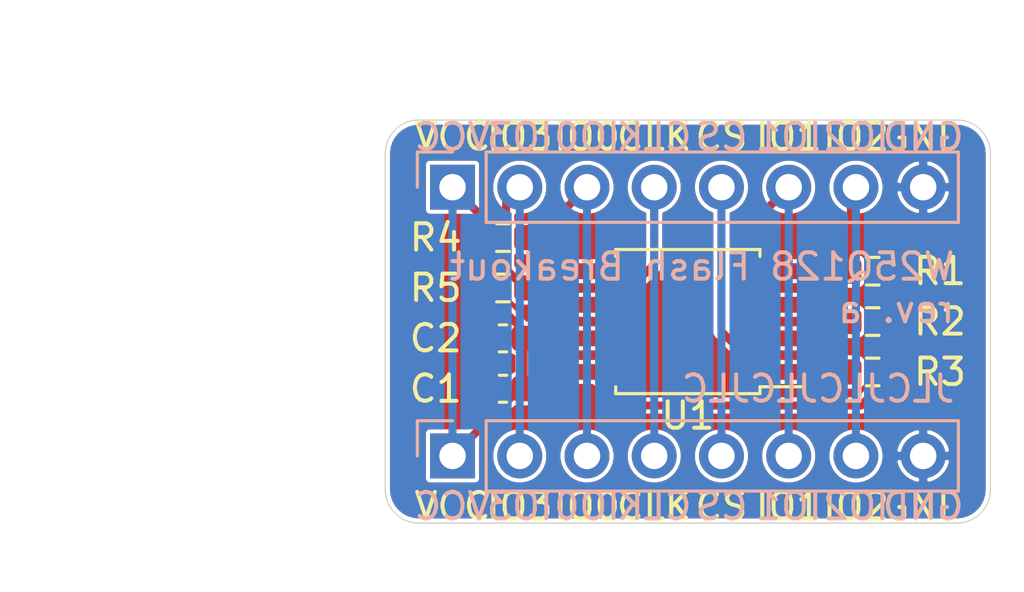
<source format=kicad_pcb>
(kicad_pcb (version 20171130) (host pcbnew 5.1.9+dfsg1-1)

  (general
    (thickness 1.2)
    (drawings 46)
    (tracks 50)
    (zones 0)
    (modules 10)
    (nets 9)
  )

  (page A4)
  (layers
    (0 F.Cu signal)
    (31 B.Cu signal)
    (32 B.Adhes user)
    (33 F.Adhes user)
    (34 B.Paste user)
    (35 F.Paste user)
    (36 B.SilkS user)
    (37 F.SilkS user)
    (38 B.Mask user)
    (39 F.Mask user)
    (40 Dwgs.User user)
    (41 Cmts.User user)
    (42 Eco1.User user)
    (43 Eco2.User user)
    (44 Edge.Cuts user)
    (45 Margin user)
    (46 B.CrtYd user)
    (47 F.CrtYd user)
    (48 B.Fab user hide)
    (49 F.Fab user hide)
  )

  (setup
    (last_trace_width 0.1524)
    (user_trace_width 0.2286)
    (user_trace_width 0.3048)
    (user_trace_width 0.381)
    (trace_clearance 0.1524)
    (zone_clearance 0.508)
    (zone_45_only no)
    (trace_min 0.1524)
    (via_size 0.7)
    (via_drill 0.35)
    (via_min_size 0.4)
    (via_min_drill 0.3)
    (uvia_size 0.3)
    (uvia_drill 0.1)
    (uvias_allowed no)
    (uvia_min_size 0.2)
    (uvia_min_drill 0.1)
    (edge_width 0.05)
    (segment_width 0.2)
    (pcb_text_width 0.3)
    (pcb_text_size 1.5 1.5)
    (mod_edge_width 0.12)
    (mod_text_size 1 1)
    (mod_text_width 0.15)
    (pad_size 1.524 1.524)
    (pad_drill 0.762)
    (pad_to_mask_clearance 0)
    (aux_axis_origin 0 0)
    (visible_elements FFFFFF7F)
    (pcbplotparams
      (layerselection 0x010fc_ffffffff)
      (usegerberextensions false)
      (usegerberattributes true)
      (usegerberadvancedattributes true)
      (creategerberjobfile true)
      (excludeedgelayer true)
      (linewidth 0.100000)
      (plotframeref false)
      (viasonmask false)
      (mode 1)
      (useauxorigin false)
      (hpglpennumber 1)
      (hpglpenspeed 20)
      (hpglpendiameter 15.000000)
      (psnegative false)
      (psa4output false)
      (plotreference true)
      (plotvalue true)
      (plotinvisibletext false)
      (padsonsilk false)
      (subtractmaskfromsilk false)
      (outputformat 1)
      (mirror false)
      (drillshape 1)
      (scaleselection 1)
      (outputdirectory ""))
  )

  (net 0 "")
  (net 1 GND)
  (net 2 VCC)
  (net 3 IO3)
  (net 4 CLK)
  (net 5 IO0)
  (net 6 IO2)
  (net 7 IO1)
  (net 8 CS)

  (net_class Default "This is the default net class."
    (clearance 0.1524)
    (trace_width 0.1524)
    (via_dia 0.7)
    (via_drill 0.35)
    (uvia_dia 0.3)
    (uvia_drill 0.1)
    (add_net CLK)
    (add_net CS)
    (add_net GND)
    (add_net IO0)
    (add_net IO1)
    (add_net IO2)
    (add_net IO3)
    (add_net VCC)
  )

  (module Resistor_SMD:R_0603_1608Metric (layer F.Cu) (tedit 5F68FEEE) (tstamp 60B1D347)
    (at 141.605 113.03)
    (descr "Resistor SMD 0603 (1608 Metric), square (rectangular) end terminal, IPC_7351 nominal, (Body size source: IPC-SM-782 page 72, https://www.pcb-3d.com/wordpress/wp-content/uploads/ipc-sm-782a_amendment_1_and_2.pdf), generated with kicad-footprint-generator")
    (tags resistor)
    (path /60B5131B)
    (attr smd)
    (fp_text reference R5 (at -2.54 0) (layer F.SilkS)
      (effects (font (size 1 1) (thickness 0.15)))
    )
    (fp_text value 2k2 (at 0 1.43) (layer F.Fab)
      (effects (font (size 1 1) (thickness 0.15)))
    )
    (fp_line (start 1.48 0.73) (end -1.48 0.73) (layer F.CrtYd) (width 0.05))
    (fp_line (start 1.48 -0.73) (end 1.48 0.73) (layer F.CrtYd) (width 0.05))
    (fp_line (start -1.48 -0.73) (end 1.48 -0.73) (layer F.CrtYd) (width 0.05))
    (fp_line (start -1.48 0.73) (end -1.48 -0.73) (layer F.CrtYd) (width 0.05))
    (fp_line (start -0.237258 0.5225) (end 0.237258 0.5225) (layer F.SilkS) (width 0.12))
    (fp_line (start -0.237258 -0.5225) (end 0.237258 -0.5225) (layer F.SilkS) (width 0.12))
    (fp_line (start 0.8 0.4125) (end -0.8 0.4125) (layer F.Fab) (width 0.1))
    (fp_line (start 0.8 -0.4125) (end 0.8 0.4125) (layer F.Fab) (width 0.1))
    (fp_line (start -0.8 -0.4125) (end 0.8 -0.4125) (layer F.Fab) (width 0.1))
    (fp_line (start -0.8 0.4125) (end -0.8 -0.4125) (layer F.Fab) (width 0.1))
    (fp_text user %R (at 0 0) (layer F.Fab)
      (effects (font (size 0.4 0.4) (thickness 0.06)))
    )
    (pad 2 smd roundrect (at 0.825 0) (size 0.8 0.95) (layers F.Cu F.Paste F.Mask) (roundrect_rratio 0.25)
      (net 3 IO3))
    (pad 1 smd roundrect (at -0.825 0) (size 0.8 0.95) (layers F.Cu F.Paste F.Mask) (roundrect_rratio 0.25)
      (net 2 VCC))
    (model ${KISYS3DMOD}/Resistor_SMD.3dshapes/R_0603_1608Metric.wrl
      (at (xyz 0 0 0))
      (scale (xyz 1 1 1))
      (rotate (xyz 0 0 0))
    )
  )

  (module Resistor_SMD:R_0603_1608Metric (layer F.Cu) (tedit 5F68FEEE) (tstamp 60B1D336)
    (at 141.605 111.125)
    (descr "Resistor SMD 0603 (1608 Metric), square (rectangular) end terminal, IPC_7351 nominal, (Body size source: IPC-SM-782 page 72, https://www.pcb-3d.com/wordpress/wp-content/uploads/ipc-sm-782a_amendment_1_and_2.pdf), generated with kicad-footprint-generator")
    (tags resistor)
    (path /60B50F34)
    (attr smd)
    (fp_text reference R4 (at -2.54 0) (layer F.SilkS)
      (effects (font (size 1 1) (thickness 0.15)))
    )
    (fp_text value 2k2 (at 0 1.43) (layer F.Fab)
      (effects (font (size 1 1) (thickness 0.15)))
    )
    (fp_line (start 1.48 0.73) (end -1.48 0.73) (layer F.CrtYd) (width 0.05))
    (fp_line (start 1.48 -0.73) (end 1.48 0.73) (layer F.CrtYd) (width 0.05))
    (fp_line (start -1.48 -0.73) (end 1.48 -0.73) (layer F.CrtYd) (width 0.05))
    (fp_line (start -1.48 0.73) (end -1.48 -0.73) (layer F.CrtYd) (width 0.05))
    (fp_line (start -0.237258 0.5225) (end 0.237258 0.5225) (layer F.SilkS) (width 0.12))
    (fp_line (start -0.237258 -0.5225) (end 0.237258 -0.5225) (layer F.SilkS) (width 0.12))
    (fp_line (start 0.8 0.4125) (end -0.8 0.4125) (layer F.Fab) (width 0.1))
    (fp_line (start 0.8 -0.4125) (end 0.8 0.4125) (layer F.Fab) (width 0.1))
    (fp_line (start -0.8 -0.4125) (end 0.8 -0.4125) (layer F.Fab) (width 0.1))
    (fp_line (start -0.8 0.4125) (end -0.8 -0.4125) (layer F.Fab) (width 0.1))
    (fp_text user %R (at 0 0) (layer F.Fab)
      (effects (font (size 0.4 0.4) (thickness 0.06)))
    )
    (pad 2 smd roundrect (at 0.825 0) (size 0.8 0.95) (layers F.Cu F.Paste F.Mask) (roundrect_rratio 0.25)
      (net 5 IO0))
    (pad 1 smd roundrect (at -0.825 0) (size 0.8 0.95) (layers F.Cu F.Paste F.Mask) (roundrect_rratio 0.25)
      (net 2 VCC))
    (model ${KISYS3DMOD}/Resistor_SMD.3dshapes/R_0603_1608Metric.wrl
      (at (xyz 0 0 0))
      (scale (xyz 1 1 1))
      (rotate (xyz 0 0 0))
    )
  )

  (module Resistor_SMD:R_0603_1608Metric (layer F.Cu) (tedit 5F68FEEE) (tstamp 60B1D325)
    (at 155.575 116.205 180)
    (descr "Resistor SMD 0603 (1608 Metric), square (rectangular) end terminal, IPC_7351 nominal, (Body size source: IPC-SM-782 page 72, https://www.pcb-3d.com/wordpress/wp-content/uploads/ipc-sm-782a_amendment_1_and_2.pdf), generated with kicad-footprint-generator")
    (tags resistor)
    (path /60B50C5D)
    (attr smd)
    (fp_text reference R3 (at -2.54 0) (layer F.SilkS)
      (effects (font (size 1 1) (thickness 0.15)))
    )
    (fp_text value 2k2 (at 0 1.43) (layer F.Fab)
      (effects (font (size 1 1) (thickness 0.15)))
    )
    (fp_line (start 1.48 0.73) (end -1.48 0.73) (layer F.CrtYd) (width 0.05))
    (fp_line (start 1.48 -0.73) (end 1.48 0.73) (layer F.CrtYd) (width 0.05))
    (fp_line (start -1.48 -0.73) (end 1.48 -0.73) (layer F.CrtYd) (width 0.05))
    (fp_line (start -1.48 0.73) (end -1.48 -0.73) (layer F.CrtYd) (width 0.05))
    (fp_line (start -0.237258 0.5225) (end 0.237258 0.5225) (layer F.SilkS) (width 0.12))
    (fp_line (start -0.237258 -0.5225) (end 0.237258 -0.5225) (layer F.SilkS) (width 0.12))
    (fp_line (start 0.8 0.4125) (end -0.8 0.4125) (layer F.Fab) (width 0.1))
    (fp_line (start 0.8 -0.4125) (end 0.8 0.4125) (layer F.Fab) (width 0.1))
    (fp_line (start -0.8 -0.4125) (end 0.8 -0.4125) (layer F.Fab) (width 0.1))
    (fp_line (start -0.8 0.4125) (end -0.8 -0.4125) (layer F.Fab) (width 0.1))
    (fp_text user %R (at 0 0) (layer F.Fab)
      (effects (font (size 0.4 0.4) (thickness 0.06)))
    )
    (pad 2 smd roundrect (at 0.825 0 180) (size 0.8 0.95) (layers F.Cu F.Paste F.Mask) (roundrect_rratio 0.25)
      (net 8 CS))
    (pad 1 smd roundrect (at -0.825 0 180) (size 0.8 0.95) (layers F.Cu F.Paste F.Mask) (roundrect_rratio 0.25)
      (net 2 VCC))
    (model ${KISYS3DMOD}/Resistor_SMD.3dshapes/R_0603_1608Metric.wrl
      (at (xyz 0 0 0))
      (scale (xyz 1 1 1))
      (rotate (xyz 0 0 0))
    )
  )

  (module Resistor_SMD:R_0603_1608Metric (layer F.Cu) (tedit 5F68FEEE) (tstamp 60B1D314)
    (at 155.575 114.3 180)
    (descr "Resistor SMD 0603 (1608 Metric), square (rectangular) end terminal, IPC_7351 nominal, (Body size source: IPC-SM-782 page 72, https://www.pcb-3d.com/wordpress/wp-content/uploads/ipc-sm-782a_amendment_1_and_2.pdf), generated with kicad-footprint-generator")
    (tags resistor)
    (path /60B508BC)
    (attr smd)
    (fp_text reference R2 (at -2.54 0) (layer F.SilkS)
      (effects (font (size 1 1) (thickness 0.15)))
    )
    (fp_text value 2k2 (at 0 1.43) (layer F.Fab)
      (effects (font (size 1 1) (thickness 0.15)))
    )
    (fp_line (start 1.48 0.73) (end -1.48 0.73) (layer F.CrtYd) (width 0.05))
    (fp_line (start 1.48 -0.73) (end 1.48 0.73) (layer F.CrtYd) (width 0.05))
    (fp_line (start -1.48 -0.73) (end 1.48 -0.73) (layer F.CrtYd) (width 0.05))
    (fp_line (start -1.48 0.73) (end -1.48 -0.73) (layer F.CrtYd) (width 0.05))
    (fp_line (start -0.237258 0.5225) (end 0.237258 0.5225) (layer F.SilkS) (width 0.12))
    (fp_line (start -0.237258 -0.5225) (end 0.237258 -0.5225) (layer F.SilkS) (width 0.12))
    (fp_line (start 0.8 0.4125) (end -0.8 0.4125) (layer F.Fab) (width 0.1))
    (fp_line (start 0.8 -0.4125) (end 0.8 0.4125) (layer F.Fab) (width 0.1))
    (fp_line (start -0.8 -0.4125) (end 0.8 -0.4125) (layer F.Fab) (width 0.1))
    (fp_line (start -0.8 0.4125) (end -0.8 -0.4125) (layer F.Fab) (width 0.1))
    (fp_text user %R (at 0 0) (layer F.Fab)
      (effects (font (size 0.4 0.4) (thickness 0.06)))
    )
    (pad 2 smd roundrect (at 0.825 0 180) (size 0.8 0.95) (layers F.Cu F.Paste F.Mask) (roundrect_rratio 0.25)
      (net 7 IO1))
    (pad 1 smd roundrect (at -0.825 0 180) (size 0.8 0.95) (layers F.Cu F.Paste F.Mask) (roundrect_rratio 0.25)
      (net 2 VCC))
    (model ${KISYS3DMOD}/Resistor_SMD.3dshapes/R_0603_1608Metric.wrl
      (at (xyz 0 0 0))
      (scale (xyz 1 1 1))
      (rotate (xyz 0 0 0))
    )
  )

  (module Resistor_SMD:R_0603_1608Metric (layer F.Cu) (tedit 5F68FEEE) (tstamp 60B1D303)
    (at 155.575 112.395 180)
    (descr "Resistor SMD 0603 (1608 Metric), square (rectangular) end terminal, IPC_7351 nominal, (Body size source: IPC-SM-782 page 72, https://www.pcb-3d.com/wordpress/wp-content/uploads/ipc-sm-782a_amendment_1_and_2.pdf), generated with kicad-footprint-generator")
    (tags resistor)
    (path /60B4D427)
    (attr smd)
    (fp_text reference R1 (at -2.54 0) (layer F.SilkS)
      (effects (font (size 1 1) (thickness 0.15)))
    )
    (fp_text value 2k2 (at 0 1.43) (layer F.Fab)
      (effects (font (size 1 1) (thickness 0.15)))
    )
    (fp_line (start 1.48 0.73) (end -1.48 0.73) (layer F.CrtYd) (width 0.05))
    (fp_line (start 1.48 -0.73) (end 1.48 0.73) (layer F.CrtYd) (width 0.05))
    (fp_line (start -1.48 -0.73) (end 1.48 -0.73) (layer F.CrtYd) (width 0.05))
    (fp_line (start -1.48 0.73) (end -1.48 -0.73) (layer F.CrtYd) (width 0.05))
    (fp_line (start -0.237258 0.5225) (end 0.237258 0.5225) (layer F.SilkS) (width 0.12))
    (fp_line (start -0.237258 -0.5225) (end 0.237258 -0.5225) (layer F.SilkS) (width 0.12))
    (fp_line (start 0.8 0.4125) (end -0.8 0.4125) (layer F.Fab) (width 0.1))
    (fp_line (start 0.8 -0.4125) (end 0.8 0.4125) (layer F.Fab) (width 0.1))
    (fp_line (start -0.8 -0.4125) (end 0.8 -0.4125) (layer F.Fab) (width 0.1))
    (fp_line (start -0.8 0.4125) (end -0.8 -0.4125) (layer F.Fab) (width 0.1))
    (fp_text user %R (at 0 0) (layer F.Fab)
      (effects (font (size 0.4 0.4) (thickness 0.06)))
    )
    (pad 2 smd roundrect (at 0.825 0 180) (size 0.8 0.95) (layers F.Cu F.Paste F.Mask) (roundrect_rratio 0.25)
      (net 6 IO2))
    (pad 1 smd roundrect (at -0.825 0 180) (size 0.8 0.95) (layers F.Cu F.Paste F.Mask) (roundrect_rratio 0.25)
      (net 2 VCC))
    (model ${KISYS3DMOD}/Resistor_SMD.3dshapes/R_0603_1608Metric.wrl
      (at (xyz 0 0 0))
      (scale (xyz 1 1 1))
      (rotate (xyz 0 0 0))
    )
  )

  (module Capacitor_SMD:C_0603_1608Metric (layer F.Cu) (tedit 5F68FEEE) (tstamp 60B1CFAA)
    (at 141.605 114.935 180)
    (descr "Capacitor SMD 0603 (1608 Metric), square (rectangular) end terminal, IPC_7351 nominal, (Body size source: IPC-SM-782 page 76, https://www.pcb-3d.com/wordpress/wp-content/uploads/ipc-sm-782a_amendment_1_and_2.pdf), generated with kicad-footprint-generator")
    (tags capacitor)
    (path /60B47138)
    (attr smd)
    (fp_text reference C2 (at 2.54 0) (layer F.SilkS)
      (effects (font (size 1 1) (thickness 0.15)))
    )
    (fp_text value 100nF (at 0 1.43) (layer F.Fab)
      (effects (font (size 1 1) (thickness 0.15)))
    )
    (fp_line (start 1.48 0.73) (end -1.48 0.73) (layer F.CrtYd) (width 0.05))
    (fp_line (start 1.48 -0.73) (end 1.48 0.73) (layer F.CrtYd) (width 0.05))
    (fp_line (start -1.48 -0.73) (end 1.48 -0.73) (layer F.CrtYd) (width 0.05))
    (fp_line (start -1.48 0.73) (end -1.48 -0.73) (layer F.CrtYd) (width 0.05))
    (fp_line (start -0.14058 0.51) (end 0.14058 0.51) (layer F.SilkS) (width 0.12))
    (fp_line (start -0.14058 -0.51) (end 0.14058 -0.51) (layer F.SilkS) (width 0.12))
    (fp_line (start 0.8 0.4) (end -0.8 0.4) (layer F.Fab) (width 0.1))
    (fp_line (start 0.8 -0.4) (end 0.8 0.4) (layer F.Fab) (width 0.1))
    (fp_line (start -0.8 -0.4) (end 0.8 -0.4) (layer F.Fab) (width 0.1))
    (fp_line (start -0.8 0.4) (end -0.8 -0.4) (layer F.Fab) (width 0.1))
    (fp_text user %R (at 0 0) (layer F.Fab)
      (effects (font (size 0.4 0.4) (thickness 0.06)))
    )
    (pad 2 smd roundrect (at 0.775 0 180) (size 0.9 0.95) (layers F.Cu F.Paste F.Mask) (roundrect_rratio 0.25)
      (net 1 GND))
    (pad 1 smd roundrect (at -0.775 0 180) (size 0.9 0.95) (layers F.Cu F.Paste F.Mask) (roundrect_rratio 0.25)
      (net 2 VCC))
    (model ${KISYS3DMOD}/Capacitor_SMD.3dshapes/C_0603_1608Metric.wrl
      (at (xyz 0 0 0))
      (scale (xyz 1 1 1))
      (rotate (xyz 0 0 0))
    )
  )

  (module Capacitor_SMD:C_0603_1608Metric (layer F.Cu) (tedit 5F68FEEE) (tstamp 60B1CF99)
    (at 141.605 116.84 180)
    (descr "Capacitor SMD 0603 (1608 Metric), square (rectangular) end terminal, IPC_7351 nominal, (Body size source: IPC-SM-782 page 76, https://www.pcb-3d.com/wordpress/wp-content/uploads/ipc-sm-782a_amendment_1_and_2.pdf), generated with kicad-footprint-generator")
    (tags capacitor)
    (path /60B40D21)
    (attr smd)
    (fp_text reference C1 (at 2.54 0) (layer F.SilkS)
      (effects (font (size 1 1) (thickness 0.15)))
    )
    (fp_text value 4.7uF (at 0 1.43) (layer F.Fab)
      (effects (font (size 1 1) (thickness 0.15)))
    )
    (fp_line (start 1.48 0.73) (end -1.48 0.73) (layer F.CrtYd) (width 0.05))
    (fp_line (start 1.48 -0.73) (end 1.48 0.73) (layer F.CrtYd) (width 0.05))
    (fp_line (start -1.48 -0.73) (end 1.48 -0.73) (layer F.CrtYd) (width 0.05))
    (fp_line (start -1.48 0.73) (end -1.48 -0.73) (layer F.CrtYd) (width 0.05))
    (fp_line (start -0.14058 0.51) (end 0.14058 0.51) (layer F.SilkS) (width 0.12))
    (fp_line (start -0.14058 -0.51) (end 0.14058 -0.51) (layer F.SilkS) (width 0.12))
    (fp_line (start 0.8 0.4) (end -0.8 0.4) (layer F.Fab) (width 0.1))
    (fp_line (start 0.8 -0.4) (end 0.8 0.4) (layer F.Fab) (width 0.1))
    (fp_line (start -0.8 -0.4) (end 0.8 -0.4) (layer F.Fab) (width 0.1))
    (fp_line (start -0.8 0.4) (end -0.8 -0.4) (layer F.Fab) (width 0.1))
    (fp_text user %R (at 0 0) (layer F.Fab)
      (effects (font (size 0.4 0.4) (thickness 0.06)))
    )
    (pad 2 smd roundrect (at 0.775 0 180) (size 0.9 0.95) (layers F.Cu F.Paste F.Mask) (roundrect_rratio 0.25)
      (net 1 GND))
    (pad 1 smd roundrect (at -0.775 0 180) (size 0.9 0.95) (layers F.Cu F.Paste F.Mask) (roundrect_rratio 0.25)
      (net 2 VCC))
    (model ${KISYS3DMOD}/Capacitor_SMD.3dshapes/C_0603_1608Metric.wrl
      (at (xyz 0 0 0))
      (scale (xyz 1 1 1))
      (rotate (xyz 0 0 0))
    )
  )

  (module Package_SO:SOIC-8_5.23x5.23mm_P1.27mm (layer F.Cu) (tedit 5D9F72B1) (tstamp 60B1BF3E)
    (at 148.59 114.3 180)
    (descr "SOIC, 8 Pin (http://www.winbond.com/resource-files/w25q32jv%20revg%2003272018%20plus.pdf#page=68), generated with kicad-footprint-generator ipc_gullwing_generator.py")
    (tags "SOIC SO")
    (path /60B25770)
    (attr smd)
    (fp_text reference U1 (at 0 -3.56) (layer F.SilkS)
      (effects (font (size 1 1) (thickness 0.15)))
    )
    (fp_text value W25Q128JVS (at 0 3.56) (layer F.Fab)
      (effects (font (size 1 1) (thickness 0.15)))
    )
    (fp_line (start 4.65 -2.86) (end -4.65 -2.86) (layer F.CrtYd) (width 0.05))
    (fp_line (start 4.65 2.86) (end 4.65 -2.86) (layer F.CrtYd) (width 0.05))
    (fp_line (start -4.65 2.86) (end 4.65 2.86) (layer F.CrtYd) (width 0.05))
    (fp_line (start -4.65 -2.86) (end -4.65 2.86) (layer F.CrtYd) (width 0.05))
    (fp_line (start -2.615 -1.615) (end -1.615 -2.615) (layer F.Fab) (width 0.1))
    (fp_line (start -2.615 2.615) (end -2.615 -1.615) (layer F.Fab) (width 0.1))
    (fp_line (start 2.615 2.615) (end -2.615 2.615) (layer F.Fab) (width 0.1))
    (fp_line (start 2.615 -2.615) (end 2.615 2.615) (layer F.Fab) (width 0.1))
    (fp_line (start -1.615 -2.615) (end 2.615 -2.615) (layer F.Fab) (width 0.1))
    (fp_line (start -2.725 -2.465) (end -4.4 -2.465) (layer F.SilkS) (width 0.12))
    (fp_line (start -2.725 -2.725) (end -2.725 -2.465) (layer F.SilkS) (width 0.12))
    (fp_line (start 0 -2.725) (end -2.725 -2.725) (layer F.SilkS) (width 0.12))
    (fp_line (start 2.725 -2.725) (end 2.725 -2.465) (layer F.SilkS) (width 0.12))
    (fp_line (start 0 -2.725) (end 2.725 -2.725) (layer F.SilkS) (width 0.12))
    (fp_line (start -2.725 2.725) (end -2.725 2.465) (layer F.SilkS) (width 0.12))
    (fp_line (start 0 2.725) (end -2.725 2.725) (layer F.SilkS) (width 0.12))
    (fp_line (start 2.725 2.725) (end 2.725 2.465) (layer F.SilkS) (width 0.12))
    (fp_line (start 0 2.725) (end 2.725 2.725) (layer F.SilkS) (width 0.12))
    (fp_text user %R (at 0 0) (layer F.Fab)
      (effects (font (size 1 1) (thickness 0.15)))
    )
    (pad 8 smd roundrect (at 3.6 -1.905 180) (size 1.6 0.6) (layers F.Cu F.Paste F.Mask) (roundrect_rratio 0.25)
      (net 2 VCC))
    (pad 7 smd roundrect (at 3.6 -0.635 180) (size 1.6 0.6) (layers F.Cu F.Paste F.Mask) (roundrect_rratio 0.25)
      (net 3 IO3))
    (pad 6 smd roundrect (at 3.6 0.635 180) (size 1.6 0.6) (layers F.Cu F.Paste F.Mask) (roundrect_rratio 0.25)
      (net 4 CLK))
    (pad 5 smd roundrect (at 3.6 1.905 180) (size 1.6 0.6) (layers F.Cu F.Paste F.Mask) (roundrect_rratio 0.25)
      (net 5 IO0))
    (pad 4 smd roundrect (at -3.6 1.905 180) (size 1.6 0.6) (layers F.Cu F.Paste F.Mask) (roundrect_rratio 0.25)
      (net 1 GND))
    (pad 3 smd roundrect (at -3.6 0.635 180) (size 1.6 0.6) (layers F.Cu F.Paste F.Mask) (roundrect_rratio 0.25)
      (net 6 IO2))
    (pad 2 smd roundrect (at -3.6 -0.635 180) (size 1.6 0.6) (layers F.Cu F.Paste F.Mask) (roundrect_rratio 0.25)
      (net 7 IO1))
    (pad 1 smd roundrect (at -3.6 -1.905 180) (size 1.6 0.6) (layers F.Cu F.Paste F.Mask) (roundrect_rratio 0.25)
      (net 8 CS))
    (model ${KISYS3DMOD}/Package_SO.3dshapes/SOIC-8_5.23x5.23mm_P1.27mm.wrl
      (at (xyz 0 0 0))
      (scale (xyz 1 1 1))
      (rotate (xyz 0 0 0))
    )
    (model ${KISYS3DMOD}/Package_SO.3dshapes/SO-8_5.3x6.2mm_P1.27mm.step
      (at (xyz 0 0 0))
      (scale (xyz 1 1 1))
      (rotate (xyz 0 0 0))
    )
  )

  (module Connector_PinHeader_2.54mm:PinHeader_1x08_P2.54mm_Vertical (layer B.Cu) (tedit 59FED5CC) (tstamp 60B1BD56)
    (at 139.7 109.22 270)
    (descr "Through hole straight pin header, 1x08, 2.54mm pitch, single row")
    (tags "Through hole pin header THT 1x08 2.54mm single row")
    (path /60B277B9)
    (fp_text reference J2 (at 0 2.33 270) (layer B.SilkS) hide
      (effects (font (size 1 1) (thickness 0.15)) (justify mirror))
    )
    (fp_text value ~ (at 0 -20.11 270) (layer B.Fab)
      (effects (font (size 1 1) (thickness 0.15)) (justify mirror))
    )
    (fp_line (start 1.8 1.8) (end -1.8 1.8) (layer B.CrtYd) (width 0.05))
    (fp_line (start 1.8 -19.55) (end 1.8 1.8) (layer B.CrtYd) (width 0.05))
    (fp_line (start -1.8 -19.55) (end 1.8 -19.55) (layer B.CrtYd) (width 0.05))
    (fp_line (start -1.8 1.8) (end -1.8 -19.55) (layer B.CrtYd) (width 0.05))
    (fp_line (start -1.33 1.33) (end 0 1.33) (layer B.SilkS) (width 0.12))
    (fp_line (start -1.33 0) (end -1.33 1.33) (layer B.SilkS) (width 0.12))
    (fp_line (start -1.33 -1.27) (end 1.33 -1.27) (layer B.SilkS) (width 0.12))
    (fp_line (start 1.33 -1.27) (end 1.33 -19.11) (layer B.SilkS) (width 0.12))
    (fp_line (start -1.33 -1.27) (end -1.33 -19.11) (layer B.SilkS) (width 0.12))
    (fp_line (start -1.33 -19.11) (end 1.33 -19.11) (layer B.SilkS) (width 0.12))
    (fp_line (start -1.27 0.635) (end -0.635 1.27) (layer B.Fab) (width 0.1))
    (fp_line (start -1.27 -19.05) (end -1.27 0.635) (layer B.Fab) (width 0.1))
    (fp_line (start 1.27 -19.05) (end -1.27 -19.05) (layer B.Fab) (width 0.1))
    (fp_line (start 1.27 1.27) (end 1.27 -19.05) (layer B.Fab) (width 0.1))
    (fp_line (start -0.635 1.27) (end 1.27 1.27) (layer B.Fab) (width 0.1))
    (fp_text user %R (at 0 -8.89) (layer B.Fab)
      (effects (font (size 1 1) (thickness 0.15)) (justify mirror))
    )
    (pad 8 thru_hole oval (at 0 -17.78 270) (size 1.7 1.7) (drill 1) (layers *.Cu *.Mask)
      (net 1 GND))
    (pad 7 thru_hole oval (at 0 -15.24 270) (size 1.7 1.7) (drill 1) (layers *.Cu *.Mask)
      (net 6 IO2))
    (pad 6 thru_hole oval (at 0 -12.7 270) (size 1.7 1.7) (drill 1) (layers *.Cu *.Mask)
      (net 7 IO1))
    (pad 5 thru_hole oval (at 0 -10.16 270) (size 1.7 1.7) (drill 1) (layers *.Cu *.Mask)
      (net 8 CS))
    (pad 4 thru_hole oval (at 0 -7.62 270) (size 1.7 1.7) (drill 1) (layers *.Cu *.Mask)
      (net 4 CLK))
    (pad 3 thru_hole oval (at 0 -5.08 270) (size 1.7 1.7) (drill 1) (layers *.Cu *.Mask)
      (net 5 IO0))
    (pad 2 thru_hole oval (at 0 -2.54 270) (size 1.7 1.7) (drill 1) (layers *.Cu *.Mask)
      (net 3 IO3))
    (pad 1 thru_hole rect (at 0 0 270) (size 1.7 1.7) (drill 1) (layers *.Cu *.Mask)
      (net 2 VCC))
    (model ${KISYS3DMOD}/Connector_PinHeader_2.54mm.3dshapes/PinHeader_1x08_P2.54mm_Vertical.wrl
      (at (xyz 0 0 0))
      (scale (xyz 1 1 1))
      (rotate (xyz 0 0 0))
    )
  )

  (module Connector_PinHeader_2.54mm:PinHeader_1x08_P2.54mm_Vertical (layer B.Cu) (tedit 59FED5CC) (tstamp 60B1BD3A)
    (at 139.7 119.38 270)
    (descr "Through hole straight pin header, 1x08, 2.54mm pitch, single row")
    (tags "Through hole pin header THT 1x08 2.54mm single row")
    (path /60B25E37)
    (fp_text reference J1 (at 0 2.33 270) (layer B.SilkS) hide
      (effects (font (size 1 1) (thickness 0.15)) (justify mirror))
    )
    (fp_text value ~ (at 0 -20.11 270) (layer B.Fab)
      (effects (font (size 1 1) (thickness 0.15)) (justify mirror))
    )
    (fp_line (start 1.8 1.8) (end -1.8 1.8) (layer B.CrtYd) (width 0.05))
    (fp_line (start 1.8 -19.55) (end 1.8 1.8) (layer B.CrtYd) (width 0.05))
    (fp_line (start -1.8 -19.55) (end 1.8 -19.55) (layer B.CrtYd) (width 0.05))
    (fp_line (start -1.8 1.8) (end -1.8 -19.55) (layer B.CrtYd) (width 0.05))
    (fp_line (start -1.33 1.33) (end 0 1.33) (layer B.SilkS) (width 0.12))
    (fp_line (start -1.33 0) (end -1.33 1.33) (layer B.SilkS) (width 0.12))
    (fp_line (start -1.33 -1.27) (end 1.33 -1.27) (layer B.SilkS) (width 0.12))
    (fp_line (start 1.33 -1.27) (end 1.33 -19.11) (layer B.SilkS) (width 0.12))
    (fp_line (start -1.33 -1.27) (end -1.33 -19.11) (layer B.SilkS) (width 0.12))
    (fp_line (start -1.33 -19.11) (end 1.33 -19.11) (layer B.SilkS) (width 0.12))
    (fp_line (start -1.27 0.635) (end -0.635 1.27) (layer B.Fab) (width 0.1))
    (fp_line (start -1.27 -19.05) (end -1.27 0.635) (layer B.Fab) (width 0.1))
    (fp_line (start 1.27 -19.05) (end -1.27 -19.05) (layer B.Fab) (width 0.1))
    (fp_line (start 1.27 1.27) (end 1.27 -19.05) (layer B.Fab) (width 0.1))
    (fp_line (start -0.635 1.27) (end 1.27 1.27) (layer B.Fab) (width 0.1))
    (fp_text user %R (at 0 -8.89) (layer B.Fab)
      (effects (font (size 1 1) (thickness 0.15)) (justify mirror))
    )
    (pad 8 thru_hole oval (at 0 -17.78 270) (size 1.7 1.7) (drill 1) (layers *.Cu *.Mask)
      (net 1 GND))
    (pad 7 thru_hole oval (at 0 -15.24 270) (size 1.7 1.7) (drill 1) (layers *.Cu *.Mask)
      (net 6 IO2))
    (pad 6 thru_hole oval (at 0 -12.7 270) (size 1.7 1.7) (drill 1) (layers *.Cu *.Mask)
      (net 7 IO1))
    (pad 5 thru_hole oval (at 0 -10.16 270) (size 1.7 1.7) (drill 1) (layers *.Cu *.Mask)
      (net 8 CS))
    (pad 4 thru_hole oval (at 0 -7.62 270) (size 1.7 1.7) (drill 1) (layers *.Cu *.Mask)
      (net 4 CLK))
    (pad 3 thru_hole oval (at 0 -5.08 270) (size 1.7 1.7) (drill 1) (layers *.Cu *.Mask)
      (net 5 IO0))
    (pad 2 thru_hole oval (at 0 -2.54 270) (size 1.7 1.7) (drill 1) (layers *.Cu *.Mask)
      (net 3 IO3))
    (pad 1 thru_hole rect (at 0 0 270) (size 1.7 1.7) (drill 1) (layers *.Cu *.Mask)
      (net 2 VCC))
    (model ${KISYS3DMOD}/Connector_PinHeader_2.54mm.3dshapes/PinHeader_1x08_P2.54mm_Vertical.wrl
      (at (xyz 0 0 0))
      (scale (xyz 1 1 1))
      (rotate (xyz 0 0 0))
    )
  )

  (dimension 20.32 (width 0.15) (layer Dwgs.User)
    (gr_text "20.320 mm" (at 126.270362 114.3 270) (layer Dwgs.User)
      (effects (font (size 1 1) (thickness 0.15)))
    )
    (feature1 (pts (xy 135.89 124.46) (xy 126.983941 124.46)))
    (feature2 (pts (xy 135.89 104.14) (xy 126.983941 104.14)))
    (crossbar (pts (xy 127.570362 104.14) (xy 127.570362 124.46)))
    (arrow1a (pts (xy 127.570362 124.46) (xy 126.983941 123.333496)))
    (arrow1b (pts (xy 127.570362 124.46) (xy 128.156783 123.333496)))
    (arrow2a (pts (xy 127.570362 104.14) (xy 126.983941 105.266504)))
    (arrow2b (pts (xy 127.570362 104.14) (xy 128.156783 105.266504)))
  )
  (gr_text JLCJLCJLCJLC (at 158.75 116.84) (layer B.SilkS)
    (effects (font (size 1 1) (thickness 0.15)) (justify left mirror))
  )
  (gr_text "W25Q128 Flash Breakout\nrev. a" (at 158.75 113.03) (layer B.SilkS)
    (effects (font (size 1 1) (thickness 0.15)) (justify left mirror))
  )
  (gr_text VCC (at 139.7 121.285) (layer B.SilkS) (tstamp 60B1CD81)
    (effects (font (size 1 1) (thickness 0.15)) (justify mirror))
  )
  (gr_text IO3 (at 142.24 121.285) (layer B.SilkS) (tstamp 60B1CD7B)
    (effects (font (size 1 1) (thickness 0.15)) (justify mirror))
  )
  (gr_text CLK (at 147.32 121.285) (layer B.SilkS) (tstamp 60B1CD75)
    (effects (font (size 1 1) (thickness 0.15)) (justify mirror))
  )
  (gr_text IO0 (at 144.78 121.285) (layer B.SilkS) (tstamp 60B1CD6F)
    (effects (font (size 1 1) (thickness 0.15)) (justify mirror))
  )
  (gr_text CS (at 149.86 121.285) (layer B.SilkS) (tstamp 60B1CD69)
    (effects (font (size 1 1) (thickness 0.15)) (justify mirror))
  )
  (gr_text IO1 (at 152.4 121.285) (layer B.SilkS) (tstamp 60B1CD63)
    (effects (font (size 1 1) (thickness 0.15)) (justify mirror))
  )
  (gr_text IO2 (at 154.94 121.285) (layer B.SilkS) (tstamp 60B1CD5D)
    (effects (font (size 1 1) (thickness 0.15)) (justify mirror))
  )
  (gr_text GND (at 157.48 121.285) (layer B.SilkS) (tstamp 60B1CD5A)
    (effects (font (size 1 1) (thickness 0.15)) (justify mirror))
  )
  (gr_text GND (at 157.48 107.315) (layer B.SilkS) (tstamp 60B1CD55)
    (effects (font (size 1 1) (thickness 0.15)) (justify mirror))
  )
  (gr_text IO2 (at 154.94 107.315) (layer B.SilkS) (tstamp 60B1CD4F)
    (effects (font (size 1 1) (thickness 0.15)) (justify mirror))
  )
  (gr_text IO1 (at 152.4 107.315) (layer B.SilkS) (tstamp 60B1CD49)
    (effects (font (size 1 1) (thickness 0.15)) (justify mirror))
  )
  (gr_text CS (at 149.86 107.315) (layer B.SilkS) (tstamp 60B1CD43)
    (effects (font (size 1 1) (thickness 0.15)) (justify mirror))
  )
  (gr_text IO0 (at 144.78 107.315) (layer B.SilkS) (tstamp 60B1CD3D)
    (effects (font (size 1 1) (thickness 0.15)) (justify mirror))
  )
  (gr_text CLK (at 147.32 107.315) (layer B.SilkS) (tstamp 60B1CD37)
    (effects (font (size 1 1) (thickness 0.15)) (justify mirror))
  )
  (gr_text IO3 (at 142.24 107.315) (layer B.SilkS) (tstamp 60B1CD31)
    (effects (font (size 1 1) (thickness 0.15)) (justify mirror))
  )
  (gr_text VCC (at 139.7 107.315) (layer B.SilkS) (tstamp 60B1CCE2)
    (effects (font (size 1 1) (thickness 0.15)) (justify mirror))
  )
  (gr_text VCC (at 139.7 121.285) (layer F.SilkS) (tstamp 60B1CCDF)
    (effects (font (size 1 1) (thickness 0.15)))
  )
  (gr_text IO3 (at 142.24 121.285) (layer F.SilkS) (tstamp 60B1CCDC)
    (effects (font (size 1 1) (thickness 0.15)))
  )
  (gr_text CLK (at 147.32 121.285) (layer F.SilkS) (tstamp 60B1CCD9)
    (effects (font (size 1 1) (thickness 0.15)))
  )
  (gr_text IO0 (at 144.78 121.285) (layer F.SilkS) (tstamp 60B1CCD6)
    (effects (font (size 1 1) (thickness 0.15)))
  )
  (gr_text CS (at 149.86 121.285) (layer F.SilkS) (tstamp 60B1CCD3)
    (effects (font (size 1 1) (thickness 0.15)))
  )
  (gr_text IO1 (at 152.4 121.285) (layer F.SilkS) (tstamp 60B1CCD0)
    (effects (font (size 1 1) (thickness 0.15)))
  )
  (gr_text IO2 (at 154.94 121.285) (layer F.SilkS) (tstamp 60B1CCCD)
    (effects (font (size 1 1) (thickness 0.15)))
  )
  (gr_text GND (at 157.48 121.285) (layer F.SilkS) (tstamp 60B1CCCA)
    (effects (font (size 1 1) (thickness 0.15)))
  )
  (gr_text GND (at 157.48 107.315) (layer F.SilkS) (tstamp 60B1CCC7)
    (effects (font (size 1 1) (thickness 0.15)))
  )
  (gr_text IO2 (at 154.94 107.315) (layer F.SilkS) (tstamp 60B1CCC4)
    (effects (font (size 1 1) (thickness 0.15)))
  )
  (gr_text IO1 (at 152.4 107.315) (layer F.SilkS) (tstamp 60B1CCC1)
    (effects (font (size 1 1) (thickness 0.15)))
  )
  (gr_text CS (at 149.86 107.315) (layer F.SilkS) (tstamp 60B1CCBE)
    (effects (font (size 1 1) (thickness 0.15)))
  )
  (gr_text IO0 (at 144.78 107.315) (layer F.SilkS) (tstamp 60B1CCBB)
    (effects (font (size 1 1) (thickness 0.15)))
  )
  (gr_text CLK (at 147.32 107.315) (layer F.SilkS) (tstamp 60B1CCB8)
    (effects (font (size 1 1) (thickness 0.15)))
  )
  (gr_text IO3 (at 142.24 107.315) (layer F.SilkS) (tstamp 60B1DB52)
    (effects (font (size 1 1) (thickness 0.15)))
  )
  (gr_text VCC (at 139.7 107.315) (layer F.SilkS)
    (effects (font (size 1 1) (thickness 0.15)))
  )
  (gr_arc (start 158.75 107.95) (end 160.02 107.95) (angle -90) (layer Edge.Cuts) (width 0.05))
  (gr_arc (start 158.75 120.65) (end 158.75 121.92) (angle -90) (layer Edge.Cuts) (width 0.05))
  (gr_arc (start 138.43 120.65) (end 137.16 120.65) (angle -90) (layer Edge.Cuts) (width 0.05))
  (gr_arc (start 138.43 107.95) (end 138.43 106.68) (angle -90) (layer Edge.Cuts) (width 0.05))
  (dimension 22.86 (width 0.15) (layer Dwgs.User)
    (gr_text "0.9000 in" (at 148.59 102.84) (layer Dwgs.User)
      (effects (font (size 1 1) (thickness 0.15)))
    )
    (feature1 (pts (xy 137.16 106.68) (xy 137.16 103.553579)))
    (feature2 (pts (xy 160.02 106.68) (xy 160.02 103.553579)))
    (crossbar (pts (xy 160.02 104.14) (xy 137.16 104.14)))
    (arrow1a (pts (xy 137.16 104.14) (xy 138.286504 103.553579)))
    (arrow1b (pts (xy 137.16 104.14) (xy 138.286504 104.726421)))
    (arrow2a (pts (xy 160.02 104.14) (xy 158.893496 103.553579)))
    (arrow2b (pts (xy 160.02 104.14) (xy 158.893496 104.726421)))
  )
  (dimension 15.24 (width 0.15) (layer Dwgs.User)
    (gr_text "0.6000 in" (at 129.51 114.3 270) (layer Dwgs.User)
      (effects (font (size 1 1) (thickness 0.15)))
    )
    (feature1 (pts (xy 137.16 121.92) (xy 130.223579 121.92)))
    (feature2 (pts (xy 137.16 106.68) (xy 130.223579 106.68)))
    (crossbar (pts (xy 130.81 106.68) (xy 130.81 121.92)))
    (arrow1a (pts (xy 130.81 121.92) (xy 130.223579 120.793496)))
    (arrow1b (pts (xy 130.81 121.92) (xy 131.396421 120.793496)))
    (arrow2a (pts (xy 130.81 106.68) (xy 130.223579 107.806504)))
    (arrow2b (pts (xy 130.81 106.68) (xy 131.396421 107.806504)))
  )
  (dimension 10.16 (width 0.15) (layer Dwgs.User)
    (gr_text "0.4000 in" (at 132.05 114.3 270) (layer Dwgs.User)
      (effects (font (size 1 1) (thickness 0.15)))
    )
    (feature1 (pts (xy 139.7 119.38) (xy 132.763579 119.38)))
    (feature2 (pts (xy 139.7 109.22) (xy 132.763579 109.22)))
    (crossbar (pts (xy 133.35 109.22) (xy 133.35 119.38)))
    (arrow1a (pts (xy 133.35 119.38) (xy 132.763579 118.253496)))
    (arrow1b (pts (xy 133.35 119.38) (xy 133.936421 118.253496)))
    (arrow2a (pts (xy 133.35 109.22) (xy 132.763579 110.346504)))
    (arrow2b (pts (xy 133.35 109.22) (xy 133.936421 110.346504)))
  )
  (gr_line (start 137.16 120.65) (end 137.16 107.95) (layer Edge.Cuts) (width 0.05) (tstamp 60B1C047))
  (gr_line (start 158.75 121.92) (end 138.43 121.92) (layer Edge.Cuts) (width 0.05))
  (gr_line (start 160.02 107.95) (end 160.02 120.65) (layer Edge.Cuts) (width 0.05))
  (gr_line (start 138.43 106.68) (end 158.75 106.68) (layer Edge.Cuts) (width 0.05))

  (segment (start 139.7 109.22) (end 139.7 119.38) (width 0.3048) (layer B.Cu) (net 2))
  (segment (start 142.38 116.84) (end 142.38 114.935) (width 0.3048) (layer F.Cu) (net 2))
  (segment (start 142.38 114.63) (end 140.78 113.03) (width 0.3048) (layer F.Cu) (net 2))
  (segment (start 142.38 114.935) (end 142.38 114.63) (width 0.3048) (layer F.Cu) (net 2))
  (segment (start 140.78 113.03) (end 140.78 111.125) (width 0.3048) (layer F.Cu) (net 2))
  (segment (start 140.78 110.3) (end 139.7 109.22) (width 0.3048) (layer F.Cu) (net 2))
  (segment (start 140.78 111.125) (end 140.78 110.3) (width 0.3048) (layer F.Cu) (net 2))
  (segment (start 142.24 116.84) (end 139.7 119.38) (width 0.3048) (layer F.Cu) (net 2))
  (segment (start 142.38 116.84) (end 142.24 116.84) (width 0.3048) (layer F.Cu) (net 2))
  (segment (start 143.65 116.205) (end 142.38 114.935) (width 0.3048) (layer F.Cu) (net 2))
  (segment (start 144.99 116.205) (end 143.65 116.205) (width 0.3048) (layer F.Cu) (net 2))
  (segment (start 156.4 116.205) (end 156.4 114.3) (width 0.3048) (layer F.Cu) (net 2))
  (segment (start 156.4 114.3) (end 156.4 112.395) (width 0.3048) (layer F.Cu) (net 2))
  (segment (start 144.99 116.205) (end 146.26 117.475) (width 0.3048) (layer F.Cu) (net 2))
  (segment (start 155.13 117.475) (end 156.4 116.205) (width 0.3048) (layer F.Cu) (net 2))
  (segment (start 146.26 117.475) (end 155.13 117.475) (width 0.3048) (layer F.Cu) (net 2))
  (segment (start 142.24 109.22) (end 142.24 119.38) (width 0.3048) (layer B.Cu) (net 3))
  (segment (start 144.19 114.935) (end 144.99 114.935) (width 0.3048) (layer F.Cu) (net 3))
  (segment (start 144.335 114.935) (end 142.43 113.03) (width 0.3048) (layer F.Cu) (net 3))
  (segment (start 144.99 114.935) (end 144.335 114.935) (width 0.3048) (layer F.Cu) (net 3))
  (segment (start 141.72519 109.73481) (end 142.24 109.22) (width 0.3048) (layer F.Cu) (net 3))
  (segment (start 141.72519 112.32519) (end 141.72519 109.73481) (width 0.3048) (layer F.Cu) (net 3))
  (segment (start 142.43 113.03) (end 141.72519 112.32519) (width 0.3048) (layer F.Cu) (net 3))
  (segment (start 144.19 113.665) (end 144.99 113.665) (width 0.3048) (layer F.Cu) (net 4))
  (segment (start 147.32 109.22) (end 147.32 119.38) (width 0.3048) (layer B.Cu) (net 4))
  (segment (start 147.32 112.135) (end 147.32 109.22) (width 0.3048) (layer F.Cu) (net 4))
  (segment (start 145.79 113.665) (end 147.32 112.135) (width 0.3048) (layer F.Cu) (net 4))
  (segment (start 144.99 113.665) (end 145.79 113.665) (width 0.3048) (layer F.Cu) (net 4))
  (segment (start 144.78 109.22) (end 144.78 119.38) (width 0.3048) (layer B.Cu) (net 5))
  (segment (start 143.7 112.395) (end 142.43 111.125) (width 0.3048) (layer F.Cu) (net 5))
  (segment (start 144.99 112.395) (end 143.7 112.395) (width 0.3048) (layer F.Cu) (net 5))
  (segment (start 142.875 111.125) (end 144.78 109.22) (width 0.3048) (layer F.Cu) (net 5))
  (segment (start 142.43 111.125) (end 142.875 111.125) (width 0.3048) (layer F.Cu) (net 5))
  (segment (start 154.94 109.22) (end 154.94 119.38) (width 0.3048) (layer B.Cu) (net 6))
  (segment (start 153.48 113.665) (end 154.75 112.395) (width 0.3048) (layer F.Cu) (net 6))
  (segment (start 152.19 113.665) (end 153.48 113.665) (width 0.3048) (layer F.Cu) (net 6))
  (segment (start 154.75 109.41) (end 154.94 109.22) (width 0.3048) (layer F.Cu) (net 6))
  (segment (start 154.75 112.395) (end 154.75 109.41) (width 0.3048) (layer F.Cu) (net 6))
  (segment (start 151.08519 114.63019) (end 151.08519 110.53481) (width 0.3048) (layer F.Cu) (net 7))
  (segment (start 151.39 114.935) (end 151.08519 114.63019) (width 0.3048) (layer F.Cu) (net 7))
  (segment (start 151.08519 110.53481) (end 152.4 109.22) (width 0.3048) (layer F.Cu) (net 7))
  (segment (start 152.19 114.935) (end 151.39 114.935) (width 0.3048) (layer F.Cu) (net 7))
  (segment (start 152.4 109.22) (end 152.4 119.38) (width 0.3048) (layer B.Cu) (net 7))
  (segment (start 154.115 114.935) (end 154.75 114.3) (width 0.3048) (layer F.Cu) (net 7))
  (segment (start 152.19 114.935) (end 154.115 114.935) (width 0.3048) (layer F.Cu) (net 7))
  (segment (start 151.39 116.205) (end 149.86 114.675) (width 0.3048) (layer F.Cu) (net 8))
  (segment (start 149.86 114.675) (end 149.86 109.22) (width 0.3048) (layer F.Cu) (net 8))
  (segment (start 152.19 116.205) (end 151.39 116.205) (width 0.3048) (layer F.Cu) (net 8))
  (segment (start 149.86 109.22) (end 149.86 119.38) (width 0.3048) (layer B.Cu) (net 8))
  (segment (start 152.19 116.205) (end 154.75 116.205) (width 0.3048) (layer F.Cu) (net 8))

  (zone (net 1) (net_name GND) (layer F.Cu) (tstamp 0) (hatch edge 0.508)
    (connect_pads (clearance 0.1524))
    (min_thickness 0.1524)
    (fill yes (arc_segments 32) (thermal_gap 0.1524) (thermal_bridge_width 0.3048))
    (polygon
      (pts
        (xy 160.655 122.555) (xy 136.525 122.555) (xy 136.525 106.045) (xy 160.655 106.045)
      )
    )
    (filled_polygon
      (pts
        (xy 158.947186 106.954151) (xy 159.136854 107.011415) (xy 159.311795 107.104433) (xy 159.465334 107.229656) (xy 159.591626 107.382317)
        (xy 159.685861 107.556602) (xy 159.744449 107.745866) (xy 159.7664 107.954721) (xy 159.766401 120.637583) (xy 159.745849 120.847186)
        (xy 159.688584 121.036856) (xy 159.595566 121.211797) (xy 159.470344 121.365334) (xy 159.317683 121.491626) (xy 159.143398 121.585861)
        (xy 158.954134 121.644449) (xy 158.745279 121.6664) (xy 138.442406 121.6664) (xy 138.232814 121.645849) (xy 138.043144 121.588584)
        (xy 137.868203 121.495566) (xy 137.714666 121.370344) (xy 137.588374 121.217683) (xy 137.494139 121.043398) (xy 137.435551 120.854134)
        (xy 137.4136 120.645279) (xy 137.4136 117.315) (xy 140.150294 117.315) (xy 140.154708 117.359813) (xy 140.167779 117.402905)
        (xy 140.189006 117.442618) (xy 140.217573 117.477427) (xy 140.252382 117.505994) (xy 140.292095 117.527221) (xy 140.335187 117.540292)
        (xy 140.38 117.544706) (xy 140.69665 117.5436) (xy 140.7538 117.48645) (xy 140.7538 116.9162) (xy 140.20855 116.9162)
        (xy 140.1514 116.97335) (xy 140.150294 117.315) (xy 137.4136 117.315) (xy 137.4136 116.365) (xy 140.150294 116.365)
        (xy 140.1514 116.70665) (xy 140.20855 116.7638) (xy 140.7538 116.7638) (xy 140.7538 116.19355) (xy 140.9062 116.19355)
        (xy 140.9062 116.7638) (xy 141.45145 116.7638) (xy 141.5086 116.70665) (xy 141.509706 116.365) (xy 141.505292 116.320187)
        (xy 141.492221 116.277095) (xy 141.470994 116.237382) (xy 141.442427 116.202573) (xy 141.407618 116.174006) (xy 141.367905 116.152779)
        (xy 141.324813 116.139708) (xy 141.28 116.135294) (xy 140.96335 116.1364) (xy 140.9062 116.19355) (xy 140.7538 116.19355)
        (xy 140.69665 116.1364) (xy 140.38 116.135294) (xy 140.335187 116.139708) (xy 140.292095 116.152779) (xy 140.252382 116.174006)
        (xy 140.217573 116.202573) (xy 140.189006 116.237382) (xy 140.167779 116.277095) (xy 140.154708 116.320187) (xy 140.150294 116.365)
        (xy 137.4136 116.365) (xy 137.4136 115.41) (xy 140.150294 115.41) (xy 140.154708 115.454813) (xy 140.167779 115.497905)
        (xy 140.189006 115.537618) (xy 140.217573 115.572427) (xy 140.252382 115.600994) (xy 140.292095 115.622221) (xy 140.335187 115.635292)
        (xy 140.38 115.639706) (xy 140.69665 115.6386) (xy 140.7538 115.58145) (xy 140.7538 115.0112) (xy 140.9062 115.0112)
        (xy 140.9062 115.58145) (xy 140.96335 115.6386) (xy 141.28 115.639706) (xy 141.324813 115.635292) (xy 141.367905 115.622221)
        (xy 141.407618 115.600994) (xy 141.442427 115.572427) (xy 141.470994 115.537618) (xy 141.492221 115.497905) (xy 141.505292 115.454813)
        (xy 141.509706 115.41) (xy 141.5086 115.06835) (xy 141.45145 115.0112) (xy 140.9062 115.0112) (xy 140.7538 115.0112)
        (xy 140.20855 115.0112) (xy 140.1514 115.06835) (xy 140.150294 115.41) (xy 137.4136 115.41) (xy 137.4136 114.46)
        (xy 140.150294 114.46) (xy 140.1514 114.80165) (xy 140.20855 114.8588) (xy 140.7538 114.8588) (xy 140.7538 114.28855)
        (xy 140.9062 114.28855) (xy 140.9062 114.8588) (xy 141.45145 114.8588) (xy 141.5086 114.80165) (xy 141.509706 114.46)
        (xy 141.505292 114.415187) (xy 141.492221 114.372095) (xy 141.470994 114.332382) (xy 141.442427 114.297573) (xy 141.407618 114.269006)
        (xy 141.367905 114.247779) (xy 141.324813 114.234708) (xy 141.28 114.230294) (xy 140.96335 114.2314) (xy 140.9062 114.28855)
        (xy 140.7538 114.28855) (xy 140.69665 114.2314) (xy 140.38 114.230294) (xy 140.335187 114.234708) (xy 140.292095 114.247779)
        (xy 140.252382 114.269006) (xy 140.217573 114.297573) (xy 140.189006 114.332382) (xy 140.167779 114.372095) (xy 140.154708 114.415187)
        (xy 140.150294 114.46) (xy 137.4136 114.46) (xy 137.4136 108.37) (xy 138.620294 108.37) (xy 138.620294 110.07)
        (xy 138.624708 110.114813) (xy 138.637779 110.157905) (xy 138.659006 110.197618) (xy 138.687573 110.232427) (xy 138.722382 110.260994)
        (xy 138.762095 110.282221) (xy 138.805187 110.295292) (xy 138.85 110.299706) (xy 140.240891 110.299706) (xy 140.399001 110.457817)
        (xy 140.399001 110.461854) (xy 140.341268 110.492713) (xy 140.276152 110.546152) (xy 140.222713 110.611268) (xy 140.183003 110.685559)
        (xy 140.158551 110.766169) (xy 140.150294 110.85) (xy 140.150294 111.4) (xy 140.158551 111.483831) (xy 140.183003 111.564441)
        (xy 140.222713 111.638732) (xy 140.276152 111.703848) (xy 140.341268 111.757287) (xy 140.399001 111.788146) (xy 140.399 112.366854)
        (xy 140.341268 112.397713) (xy 140.276152 112.451152) (xy 140.222713 112.516268) (xy 140.183003 112.590559) (xy 140.158551 112.671169)
        (xy 140.150294 112.755) (xy 140.150294 113.305) (xy 140.158551 113.388831) (xy 140.183003 113.469441) (xy 140.222713 113.543732)
        (xy 140.276152 113.608848) (xy 140.341268 113.662287) (xy 140.415559 113.701997) (xy 140.496169 113.726449) (xy 140.58 113.734706)
        (xy 140.945892 113.734706) (xy 141.731943 114.520758) (xy 141.709031 114.596291) (xy 141.700294 114.685) (xy 141.700294 115.185)
        (xy 141.709031 115.273709) (xy 141.734906 115.359008) (xy 141.776926 115.437621) (xy 141.833474 115.506526) (xy 141.902379 115.563074)
        (xy 141.980992 115.605094) (xy 141.999001 115.610557) (xy 141.999 116.164443) (xy 141.980992 116.169906) (xy 141.902379 116.211926)
        (xy 141.833474 116.268474) (xy 141.776926 116.337379) (xy 141.734906 116.415992) (xy 141.709031 116.501291) (xy 141.700294 116.59)
        (xy 141.700294 116.840891) (xy 141.508791 117.032394) (xy 141.5086 116.97335) (xy 141.45145 116.9162) (xy 140.9062 116.9162)
        (xy 140.9062 117.48645) (xy 140.96335 117.5436) (xy 140.997466 117.543719) (xy 140.240892 118.300294) (xy 138.85 118.300294)
        (xy 138.805187 118.304708) (xy 138.762095 118.317779) (xy 138.722382 118.339006) (xy 138.687573 118.367573) (xy 138.659006 118.402382)
        (xy 138.637779 118.442095) (xy 138.624708 118.485187) (xy 138.620294 118.53) (xy 138.620294 120.23) (xy 138.624708 120.274813)
        (xy 138.637779 120.317905) (xy 138.659006 120.357618) (xy 138.687573 120.392427) (xy 138.722382 120.420994) (xy 138.762095 120.442221)
        (xy 138.805187 120.455292) (xy 138.85 120.459706) (xy 140.55 120.459706) (xy 140.594813 120.455292) (xy 140.637905 120.442221)
        (xy 140.677618 120.420994) (xy 140.712427 120.392427) (xy 140.740994 120.357618) (xy 140.762221 120.317905) (xy 140.775292 120.274813)
        (xy 140.779706 120.23) (xy 140.779706 119.273767) (xy 141.1614 119.273767) (xy 141.1614 119.486233) (xy 141.20285 119.694616)
        (xy 141.284157 119.890909) (xy 141.402197 120.067567) (xy 141.552433 120.217803) (xy 141.729091 120.335843) (xy 141.925384 120.41715)
        (xy 142.133767 120.4586) (xy 142.346233 120.4586) (xy 142.554616 120.41715) (xy 142.750909 120.335843) (xy 142.927567 120.217803)
        (xy 143.077803 120.067567) (xy 143.195843 119.890909) (xy 143.27715 119.694616) (xy 143.3186 119.486233) (xy 143.3186 119.273767)
        (xy 143.7014 119.273767) (xy 143.7014 119.486233) (xy 143.74285 119.694616) (xy 143.824157 119.890909) (xy 143.942197 120.067567)
        (xy 144.092433 120.217803) (xy 144.269091 120.335843) (xy 144.465384 120.41715) (xy 144.673767 120.4586) (xy 144.886233 120.4586)
        (xy 145.094616 120.41715) (xy 145.290909 120.335843) (xy 145.467567 120.217803) (xy 145.617803 120.067567) (xy 145.735843 119.890909)
        (xy 145.81715 119.694616) (xy 145.8586 119.486233) (xy 145.8586 119.273767) (xy 146.2414 119.273767) (xy 146.2414 119.486233)
        (xy 146.28285 119.694616) (xy 146.364157 119.890909) (xy 146.482197 120.067567) (xy 146.632433 120.217803) (xy 146.809091 120.335843)
        (xy 147.005384 120.41715) (xy 147.213767 120.4586) (xy 147.426233 120.4586) (xy 147.634616 120.41715) (xy 147.830909 120.335843)
        (xy 148.007567 120.217803) (xy 148.157803 120.067567) (xy 148.275843 119.890909) (xy 148.35715 119.694616) (xy 148.3986 119.486233)
        (xy 148.3986 119.273767) (xy 148.7814 119.273767) (xy 148.7814 119.486233) (xy 148.82285 119.694616) (xy 148.904157 119.890909)
        (xy 149.022197 120.067567) (xy 149.172433 120.217803) (xy 149.349091 120.335843) (xy 149.545384 120.41715) (xy 149.753767 120.4586)
        (xy 149.966233 120.4586) (xy 150.174616 120.41715) (xy 150.370909 120.335843) (xy 150.547567 120.217803) (xy 150.697803 120.067567)
        (xy 150.815843 119.890909) (xy 150.89715 119.694616) (xy 150.9386 119.486233) (xy 150.9386 119.273767) (xy 151.3214 119.273767)
        (xy 151.3214 119.486233) (xy 151.36285 119.694616) (xy 151.444157 119.890909) (xy 151.562197 120.067567) (xy 151.712433 120.217803)
        (xy 151.889091 120.335843) (xy 152.085384 120.41715) (xy 152.293767 120.4586) (xy 152.506233 120.4586) (xy 152.714616 120.41715)
        (xy 152.910909 120.335843) (xy 153.087567 120.217803) (xy 153.237803 120.067567) (xy 153.355843 119.890909) (xy 153.43715 119.694616)
        (xy 153.4786 119.486233) (xy 153.4786 119.273767) (xy 153.8614 119.273767) (xy 153.8614 119.486233) (xy 153.90285 119.694616)
        (xy 153.984157 119.890909) (xy 154.102197 120.067567) (xy 154.252433 120.217803) (xy 154.429091 120.335843) (xy 154.625384 120.41715)
        (xy 154.833767 120.4586) (xy 155.046233 120.4586) (xy 155.254616 120.41715) (xy 155.450909 120.335843) (xy 155.627567 120.217803)
        (xy 155.777803 120.067567) (xy 155.895843 119.890909) (xy 155.97715 119.694616) (xy 155.991281 119.623571) (xy 156.429258 119.623571)
        (xy 156.496966 119.82388) (xy 156.602451 120.007131) (xy 156.74166 120.166282) (xy 156.909243 120.295217) (xy 157.09876 120.388981)
        (xy 157.23643 120.430739) (xy 157.4038 120.398604) (xy 157.4038 119.4562) (xy 157.5562 119.4562) (xy 157.5562 120.398604)
        (xy 157.72357 120.430739) (xy 157.86124 120.388981) (xy 158.050757 120.295217) (xy 158.21834 120.166282) (xy 158.357549 120.007131)
        (xy 158.463034 119.82388) (xy 158.530742 119.623571) (xy 158.498759 119.4562) (xy 157.5562 119.4562) (xy 157.4038 119.4562)
        (xy 156.461241 119.4562) (xy 156.429258 119.623571) (xy 155.991281 119.623571) (xy 156.0186 119.486233) (xy 156.0186 119.273767)
        (xy 155.991282 119.136429) (xy 156.429258 119.136429) (xy 156.461241 119.3038) (xy 157.4038 119.3038) (xy 157.4038 118.361396)
        (xy 157.5562 118.361396) (xy 157.5562 119.3038) (xy 158.498759 119.3038) (xy 158.530742 119.136429) (xy 158.463034 118.93612)
        (xy 158.357549 118.752869) (xy 158.21834 118.593718) (xy 158.050757 118.464783) (xy 157.86124 118.371019) (xy 157.72357 118.329261)
        (xy 157.5562 118.361396) (xy 157.4038 118.361396) (xy 157.23643 118.329261) (xy 157.09876 118.371019) (xy 156.909243 118.464783)
        (xy 156.74166 118.593718) (xy 156.602451 118.752869) (xy 156.496966 118.93612) (xy 156.429258 119.136429) (xy 155.991282 119.136429)
        (xy 155.97715 119.065384) (xy 155.895843 118.869091) (xy 155.777803 118.692433) (xy 155.627567 118.542197) (xy 155.450909 118.424157)
        (xy 155.254616 118.34285) (xy 155.046233 118.3014) (xy 154.833767 118.3014) (xy 154.625384 118.34285) (xy 154.429091 118.424157)
        (xy 154.252433 118.542197) (xy 154.102197 118.692433) (xy 153.984157 118.869091) (xy 153.90285 119.065384) (xy 153.8614 119.273767)
        (xy 153.4786 119.273767) (xy 153.43715 119.065384) (xy 153.355843 118.869091) (xy 153.237803 118.692433) (xy 153.087567 118.542197)
        (xy 152.910909 118.424157) (xy 152.714616 118.34285) (xy 152.506233 118.3014) (xy 152.293767 118.3014) (xy 152.085384 118.34285)
        (xy 151.889091 118.424157) (xy 151.712433 118.542197) (xy 151.562197 118.692433) (xy 151.444157 118.869091) (xy 151.36285 119.065384)
        (xy 151.3214 119.273767) (xy 150.9386 119.273767) (xy 150.89715 119.065384) (xy 150.815843 118.869091) (xy 150.697803 118.692433)
        (xy 150.547567 118.542197) (xy 150.370909 118.424157) (xy 150.174616 118.34285) (xy 149.966233 118.3014) (xy 149.753767 118.3014)
        (xy 149.545384 118.34285) (xy 149.349091 118.424157) (xy 149.172433 118.542197) (xy 149.022197 118.692433) (xy 148.904157 118.869091)
        (xy 148.82285 119.065384) (xy 148.7814 119.273767) (xy 148.3986 119.273767) (xy 148.35715 119.065384) (xy 148.275843 118.869091)
        (xy 148.157803 118.692433) (xy 148.007567 118.542197) (xy 147.830909 118.424157) (xy 147.634616 118.34285) (xy 147.426233 118.3014)
        (xy 147.213767 118.3014) (xy 147.005384 118.34285) (xy 146.809091 118.424157) (xy 146.632433 118.542197) (xy 146.482197 118.692433)
        (xy 146.364157 118.869091) (xy 146.28285 119.065384) (xy 146.2414 119.273767) (xy 145.8586 119.273767) (xy 145.81715 119.065384)
        (xy 145.735843 118.869091) (xy 145.617803 118.692433) (xy 145.467567 118.542197) (xy 145.290909 118.424157) (xy 145.094616 118.34285)
        (xy 144.886233 118.3014) (xy 144.673767 118.3014) (xy 144.465384 118.34285) (xy 144.269091 118.424157) (xy 144.092433 118.542197)
        (xy 143.942197 118.692433) (xy 143.824157 118.869091) (xy 143.74285 119.065384) (xy 143.7014 119.273767) (xy 143.3186 119.273767)
        (xy 143.27715 119.065384) (xy 143.195843 118.869091) (xy 143.077803 118.692433) (xy 142.927567 118.542197) (xy 142.750909 118.424157)
        (xy 142.554616 118.34285) (xy 142.346233 118.3014) (xy 142.133767 118.3014) (xy 141.925384 118.34285) (xy 141.729091 118.424157)
        (xy 141.552433 118.542197) (xy 141.402197 118.692433) (xy 141.284157 118.869091) (xy 141.20285 119.065384) (xy 141.1614 119.273767)
        (xy 140.779706 119.273767) (xy 140.779706 118.839108) (xy 142.081362 117.537453) (xy 142.155 117.544706) (xy 142.605 117.544706)
        (xy 142.693709 117.535969) (xy 142.779008 117.510094) (xy 142.857621 117.468074) (xy 142.926526 117.411526) (xy 142.983074 117.342621)
        (xy 143.025094 117.264008) (xy 143.050969 117.178709) (xy 143.059706 117.09) (xy 143.059706 116.59) (xy 143.050969 116.501291)
        (xy 143.025094 116.415992) (xy 142.983074 116.337379) (xy 142.926526 116.268474) (xy 142.857621 116.211926) (xy 142.779008 116.169906)
        (xy 142.761 116.164443) (xy 142.761 115.854815) (xy 143.367359 116.461174) (xy 143.379289 116.475711) (xy 143.393824 116.487639)
        (xy 143.437303 116.523322) (xy 143.500985 116.557361) (xy 143.503492 116.558701) (xy 143.575311 116.580487) (xy 143.631287 116.586)
        (xy 143.631289 116.586) (xy 143.649999 116.587843) (xy 143.668709 116.586) (xy 144.040738 116.586) (xy 144.071507 116.623493)
        (xy 144.129047 116.670714) (xy 144.194693 116.705803) (xy 144.265923 116.72741) (xy 144.34 116.734706) (xy 144.980892 116.734706)
        (xy 145.977359 117.731174) (xy 145.989289 117.745711) (xy 146.003824 117.757639) (xy 146.047303 117.793322) (xy 146.113492 117.828701)
        (xy 146.185311 117.850487) (xy 146.241287 117.856) (xy 146.241289 117.856) (xy 146.259999 117.857843) (xy 146.278709 117.856)
        (xy 155.11129 117.856) (xy 155.13 117.857843) (xy 155.14871 117.856) (xy 155.148713 117.856) (xy 155.204689 117.850487)
        (xy 155.276508 117.828701) (xy 155.342696 117.793322) (xy 155.400711 117.745711) (xy 155.412646 117.731168) (xy 156.234109 116.909706)
        (xy 156.6 116.909706) (xy 156.683831 116.901449) (xy 156.764441 116.876997) (xy 156.838732 116.837287) (xy 156.903848 116.783848)
        (xy 156.957287 116.718732) (xy 156.996997 116.644441) (xy 157.021449 116.563831) (xy 157.029706 116.48) (xy 157.029706 115.93)
        (xy 157.021449 115.846169) (xy 156.996997 115.765559) (xy 156.957287 115.691268) (xy 156.903848 115.626152) (xy 156.838732 115.572713)
        (xy 156.781 115.541854) (xy 156.781 114.963146) (xy 156.838732 114.932287) (xy 156.903848 114.878848) (xy 156.957287 114.813732)
        (xy 156.996997 114.739441) (xy 157.021449 114.658831) (xy 157.029706 114.575) (xy 157.029706 114.025) (xy 157.021449 113.941169)
        (xy 156.996997 113.860559) (xy 156.957287 113.786268) (xy 156.903848 113.721152) (xy 156.838732 113.667713) (xy 156.781 113.636854)
        (xy 156.781 113.058146) (xy 156.838732 113.027287) (xy 156.903848 112.973848) (xy 156.957287 112.908732) (xy 156.996997 112.834441)
        (xy 157.021449 112.753831) (xy 157.029706 112.67) (xy 157.029706 112.12) (xy 157.021449 112.036169) (xy 156.996997 111.955559)
        (xy 156.957287 111.881268) (xy 156.903848 111.816152) (xy 156.838732 111.762713) (xy 156.764441 111.723003) (xy 156.683831 111.698551)
        (xy 156.6 111.690294) (xy 156.2 111.690294) (xy 156.116169 111.698551) (xy 156.035559 111.723003) (xy 155.961268 111.762713)
        (xy 155.896152 111.816152) (xy 155.842713 111.881268) (xy 155.803003 111.955559) (xy 155.778551 112.036169) (xy 155.770294 112.12)
        (xy 155.770294 112.67) (xy 155.778551 112.753831) (xy 155.803003 112.834441) (xy 155.842713 112.908732) (xy 155.896152 112.973848)
        (xy 155.961268 113.027287) (xy 156.019001 113.058146) (xy 156.019 113.636854) (xy 155.961268 113.667713) (xy 155.896152 113.721152)
        (xy 155.842713 113.786268) (xy 155.803003 113.860559) (xy 155.778551 113.941169) (xy 155.770294 114.025) (xy 155.770294 114.575)
        (xy 155.778551 114.658831) (xy 155.803003 114.739441) (xy 155.842713 114.813732) (xy 155.896152 114.878848) (xy 155.961268 114.932287)
        (xy 156.019001 114.963146) (xy 156.019 115.541854) (xy 155.961268 115.572713) (xy 155.896152 115.626152) (xy 155.842713 115.691268)
        (xy 155.803003 115.765559) (xy 155.778551 115.846169) (xy 155.770294 115.93) (xy 155.770294 116.295891) (xy 154.972186 117.094)
        (xy 146.417815 117.094) (xy 145.925989 116.602174) (xy 145.955714 116.565953) (xy 145.990803 116.500307) (xy 146.01241 116.429077)
        (xy 146.019706 116.355) (xy 146.019706 116.055) (xy 146.01241 115.980923) (xy 145.990803 115.909693) (xy 145.955714 115.844047)
        (xy 145.908493 115.786507) (xy 145.850953 115.739286) (xy 145.785307 115.704197) (xy 145.714077 115.68259) (xy 145.64 115.675294)
        (xy 144.34 115.675294) (xy 144.265923 115.68259) (xy 144.194693 115.704197) (xy 144.129047 115.739286) (xy 144.071507 115.786507)
        (xy 144.040738 115.824) (xy 143.807815 115.824) (xy 143.059706 115.075892) (xy 143.059706 114.685) (xy 143.050969 114.596291)
        (xy 143.025094 114.510992) (xy 142.983074 114.432379) (xy 142.926526 114.363474) (xy 142.857621 114.306926) (xy 142.779008 114.264906)
        (xy 142.693709 114.239031) (xy 142.605 114.230294) (xy 142.519109 114.230294) (xy 141.409706 113.120892) (xy 141.409706 112.755)
        (xy 141.401449 112.671169) (xy 141.376997 112.590559) (xy 141.337287 112.516268) (xy 141.283848 112.451152) (xy 141.218732 112.397713)
        (xy 141.161 112.366854) (xy 141.161 111.788146) (xy 141.218732 111.757287) (xy 141.283848 111.703848) (xy 141.337287 111.638732)
        (xy 141.34419 111.625817) (xy 141.34419 112.30648) (xy 141.342347 112.32519) (xy 141.34419 112.3439) (xy 141.34419 112.343902)
        (xy 141.349703 112.399878) (xy 141.365257 112.451152) (xy 141.371489 112.471697) (xy 141.406868 112.537886) (xy 141.422856 112.557367)
        (xy 141.454479 112.595901) (xy 141.469022 112.607836) (xy 141.800294 112.939108) (xy 141.800294 113.305) (xy 141.808551 113.388831)
        (xy 141.833003 113.469441) (xy 141.872713 113.543732) (xy 141.926152 113.608848) (xy 141.991268 113.662287) (xy 142.065559 113.701997)
        (xy 142.146169 113.726449) (xy 142.23 113.734706) (xy 142.595892 113.734706) (xy 143.808356 114.947171) (xy 143.814513 115.009689)
        (xy 143.836299 115.081508) (xy 143.871678 115.147696) (xy 143.919289 115.205711) (xy 143.977304 115.253322) (xy 144.011177 115.271428)
        (xy 144.024286 115.295953) (xy 144.071507 115.353493) (xy 144.129047 115.400714) (xy 144.194693 115.435803) (xy 144.265923 115.45741)
        (xy 144.34 115.464706) (xy 145.64 115.464706) (xy 145.714077 115.45741) (xy 145.785307 115.435803) (xy 145.850953 115.400714)
        (xy 145.908493 115.353493) (xy 145.955714 115.295953) (xy 145.990803 115.230307) (xy 146.01241 115.159077) (xy 146.019706 115.085)
        (xy 146.019706 114.785) (xy 146.01241 114.710923) (xy 145.990803 114.639693) (xy 145.955714 114.574047) (xy 145.908493 114.516507)
        (xy 145.850953 114.469286) (xy 145.785307 114.434197) (xy 145.714077 114.41259) (xy 145.64 114.405294) (xy 144.344109 114.405294)
        (xy 143.603815 113.665) (xy 143.807157 113.665) (xy 143.814513 113.739689) (xy 143.836299 113.811508) (xy 143.871678 113.877696)
        (xy 143.919289 113.935711) (xy 143.977304 113.983322) (xy 144.011177 114.001428) (xy 144.024286 114.025953) (xy 144.071507 114.083493)
        (xy 144.129047 114.130714) (xy 144.194693 114.165803) (xy 144.265923 114.18741) (xy 144.34 114.194706) (xy 145.64 114.194706)
        (xy 145.714077 114.18741) (xy 145.785307 114.165803) (xy 145.850953 114.130714) (xy 145.908493 114.083493) (xy 145.955714 114.025953)
        (xy 145.968823 114.001428) (xy 146.002696 113.983322) (xy 146.060711 113.935711) (xy 146.072646 113.921168) (xy 147.576175 112.41764)
        (xy 147.590711 112.405711) (xy 147.614858 112.376287) (xy 147.638322 112.347697) (xy 147.673701 112.281508) (xy 147.679725 112.26165)
        (xy 147.695487 112.209689) (xy 147.701 112.153713) (xy 147.701 112.15371) (xy 147.702843 112.135) (xy 147.701 112.11629)
        (xy 147.701 110.229653) (xy 147.830909 110.175843) (xy 148.007567 110.057803) (xy 148.157803 109.907567) (xy 148.275843 109.730909)
        (xy 148.35715 109.534616) (xy 148.3986 109.326233) (xy 148.3986 109.113767) (xy 148.7814 109.113767) (xy 148.7814 109.326233)
        (xy 148.82285 109.534616) (xy 148.904157 109.730909) (xy 149.022197 109.907567) (xy 149.172433 110.057803) (xy 149.349091 110.175843)
        (xy 149.479001 110.229653) (xy 149.479 114.65629) (xy 149.477157 114.675) (xy 149.479 114.69371) (xy 149.479 114.693712)
        (xy 149.484513 114.749688) (xy 149.506299 114.821507) (xy 149.541678 114.887696) (xy 149.557666 114.907177) (xy 149.589289 114.945711)
        (xy 149.603832 114.957646) (xy 151.107359 116.461174) (xy 151.119289 116.475711) (xy 151.133824 116.487639) (xy 151.177303 116.523322)
        (xy 151.211177 116.541428) (xy 151.224286 116.565953) (xy 151.271507 116.623493) (xy 151.329047 116.670714) (xy 151.394693 116.705803)
        (xy 151.465923 116.72741) (xy 151.54 116.734706) (xy 152.84 116.734706) (xy 152.914077 116.72741) (xy 152.985307 116.705803)
        (xy 153.050953 116.670714) (xy 153.108493 116.623493) (xy 153.139262 116.586) (xy 154.135276 116.586) (xy 154.153003 116.644441)
        (xy 154.192713 116.718732) (xy 154.246152 116.783848) (xy 154.311268 116.837287) (xy 154.385559 116.876997) (xy 154.466169 116.901449)
        (xy 154.55 116.909706) (xy 154.95 116.909706) (xy 155.033831 116.901449) (xy 155.114441 116.876997) (xy 155.188732 116.837287)
        (xy 155.253848 116.783848) (xy 155.307287 116.718732) (xy 155.346997 116.644441) (xy 155.371449 116.563831) (xy 155.379706 116.48)
        (xy 155.379706 115.93) (xy 155.371449 115.846169) (xy 155.346997 115.765559) (xy 155.307287 115.691268) (xy 155.253848 115.626152)
        (xy 155.188732 115.572713) (xy 155.114441 115.533003) (xy 155.033831 115.508551) (xy 154.95 115.500294) (xy 154.55 115.500294)
        (xy 154.466169 115.508551) (xy 154.385559 115.533003) (xy 154.311268 115.572713) (xy 154.246152 115.626152) (xy 154.192713 115.691268)
        (xy 154.153003 115.765559) (xy 154.135276 115.824) (xy 153.139262 115.824) (xy 153.108493 115.786507) (xy 153.050953 115.739286)
        (xy 152.985307 115.704197) (xy 152.914077 115.68259) (xy 152.84 115.675294) (xy 151.54 115.675294) (xy 151.465923 115.68259)
        (xy 151.420257 115.696442) (xy 150.241 114.517186) (xy 150.241 110.53481) (xy 150.702347 110.53481) (xy 150.704191 110.55353)
        (xy 150.70419 114.61148) (xy 150.702347 114.63019) (xy 150.70419 114.6489) (xy 150.70419 114.648902) (xy 150.709703 114.704878)
        (xy 150.731431 114.776507) (xy 150.731489 114.776697) (xy 150.766868 114.842886) (xy 150.782856 114.862367) (xy 150.814479 114.900901)
        (xy 150.829021 114.912835) (xy 151.107358 115.191173) (xy 151.119289 115.205711) (xy 151.133824 115.217639) (xy 151.177303 115.253322)
        (xy 151.200359 115.265645) (xy 151.211177 115.271428) (xy 151.224286 115.295953) (xy 151.271507 115.353493) (xy 151.329047 115.400714)
        (xy 151.394693 115.435803) (xy 151.465923 115.45741) (xy 151.54 115.464706) (xy 152.84 115.464706) (xy 152.914077 115.45741)
        (xy 152.985307 115.435803) (xy 153.050953 115.400714) (xy 153.108493 115.353493) (xy 153.139262 115.316) (xy 154.09629 115.316)
        (xy 154.115 115.317843) (xy 154.13371 115.316) (xy 154.133713 115.316) (xy 154.189689 115.310487) (xy 154.261508 115.288701)
        (xy 154.327696 115.253322) (xy 154.385711 115.205711) (xy 154.397645 115.191169) (xy 154.584109 115.004706) (xy 154.95 115.004706)
        (xy 155.033831 114.996449) (xy 155.114441 114.971997) (xy 155.188732 114.932287) (xy 155.253848 114.878848) (xy 155.307287 114.813732)
        (xy 155.346997 114.739441) (xy 155.371449 114.658831) (xy 155.379706 114.575) (xy 155.379706 114.025) (xy 155.371449 113.941169)
        (xy 155.346997 113.860559) (xy 155.307287 113.786268) (xy 155.253848 113.721152) (xy 155.188732 113.667713) (xy 155.114441 113.628003)
        (xy 155.033831 113.603551) (xy 154.95 113.595294) (xy 154.55 113.595294) (xy 154.466169 113.603551) (xy 154.385559 113.628003)
        (xy 154.311268 113.667713) (xy 154.246152 113.721152) (xy 154.192713 113.786268) (xy 154.153003 113.860559) (xy 154.128551 113.941169)
        (xy 154.120294 114.025) (xy 154.120294 114.390891) (xy 153.957186 114.554) (xy 153.139262 114.554) (xy 153.108493 114.516507)
        (xy 153.050953 114.469286) (xy 152.985307 114.434197) (xy 152.914077 114.41259) (xy 152.84 114.405294) (xy 151.54 114.405294)
        (xy 151.46619 114.412564) (xy 151.46619 114.187436) (xy 151.54 114.194706) (xy 152.84 114.194706) (xy 152.914077 114.18741)
        (xy 152.985307 114.165803) (xy 153.050953 114.130714) (xy 153.108493 114.083493) (xy 153.139262 114.046) (xy 153.46129 114.046)
        (xy 153.48 114.047843) (xy 153.49871 114.046) (xy 153.498713 114.046) (xy 153.554689 114.040487) (xy 153.626508 114.018701)
        (xy 153.692696 113.983322) (xy 153.750711 113.935711) (xy 153.762646 113.921168) (xy 154.584109 113.099706) (xy 154.95 113.099706)
        (xy 155.033831 113.091449) (xy 155.114441 113.066997) (xy 155.188732 113.027287) (xy 155.253848 112.973848) (xy 155.307287 112.908732)
        (xy 155.346997 112.834441) (xy 155.371449 112.753831) (xy 155.379706 112.67) (xy 155.379706 112.12) (xy 155.371449 112.036169)
        (xy 155.346997 111.955559) (xy 155.307287 111.881268) (xy 155.253848 111.816152) (xy 155.188732 111.762713) (xy 155.131 111.731854)
        (xy 155.131 110.281739) (xy 155.254616 110.25715) (xy 155.450909 110.175843) (xy 155.627567 110.057803) (xy 155.777803 109.907567)
        (xy 155.895843 109.730909) (xy 155.97715 109.534616) (xy 155.991281 109.463571) (xy 156.429258 109.463571) (xy 156.496966 109.66388)
        (xy 156.602451 109.847131) (xy 156.74166 110.006282) (xy 156.909243 110.135217) (xy 157.09876 110.228981) (xy 157.23643 110.270739)
        (xy 157.4038 110.238604) (xy 157.4038 109.2962) (xy 157.5562 109.2962) (xy 157.5562 110.238604) (xy 157.72357 110.270739)
        (xy 157.86124 110.228981) (xy 158.050757 110.135217) (xy 158.21834 110.006282) (xy 158.357549 109.847131) (xy 158.463034 109.66388)
        (xy 158.530742 109.463571) (xy 158.498759 109.2962) (xy 157.5562 109.2962) (xy 157.4038 109.2962) (xy 156.461241 109.2962)
        (xy 156.429258 109.463571) (xy 155.991281 109.463571) (xy 156.0186 109.326233) (xy 156.0186 109.113767) (xy 155.991282 108.976429)
        (xy 156.429258 108.976429) (xy 156.461241 109.1438) (xy 157.4038 109.1438) (xy 157.4038 108.201396) (xy 157.5562 108.201396)
        (xy 157.5562 109.1438) (xy 158.498759 109.1438) (xy 158.530742 108.976429) (xy 158.463034 108.77612) (xy 158.357549 108.592869)
        (xy 158.21834 108.433718) (xy 158.050757 108.304783) (xy 157.86124 108.211019) (xy 157.72357 108.169261) (xy 157.5562 108.201396)
        (xy 157.4038 108.201396) (xy 157.23643 108.169261) (xy 157.09876 108.211019) (xy 156.909243 108.304783) (xy 156.74166 108.433718)
        (xy 156.602451 108.592869) (xy 156.496966 108.77612) (xy 156.429258 108.976429) (xy 155.991282 108.976429) (xy 155.97715 108.905384)
        (xy 155.895843 108.709091) (xy 155.777803 108.532433) (xy 155.627567 108.382197) (xy 155.450909 108.264157) (xy 155.254616 108.18285)
        (xy 155.046233 108.1414) (xy 154.833767 108.1414) (xy 154.625384 108.18285) (xy 154.429091 108.264157) (xy 154.252433 108.382197)
        (xy 154.102197 108.532433) (xy 153.984157 108.709091) (xy 153.90285 108.905384) (xy 153.8614 109.113767) (xy 153.8614 109.326233)
        (xy 153.90285 109.534616) (xy 153.984157 109.730909) (xy 154.102197 109.907567) (xy 154.252433 110.057803) (xy 154.369001 110.135692)
        (xy 154.369 111.731854) (xy 154.311268 111.762713) (xy 154.246152 111.816152) (xy 154.192713 111.881268) (xy 154.153003 111.955559)
        (xy 154.128551 112.036169) (xy 154.120294 112.12) (xy 154.120294 112.485891) (xy 153.322186 113.284) (xy 153.139262 113.284)
        (xy 153.108493 113.246507) (xy 153.050953 113.199286) (xy 152.985307 113.164197) (xy 152.914077 113.14259) (xy 152.84 113.135294)
        (xy 151.54 113.135294) (xy 151.46619 113.142564) (xy 151.46619 112.92458) (xy 152.05665 112.9236) (xy 152.1138 112.86645)
        (xy 152.1138 112.4712) (xy 152.2662 112.4712) (xy 152.2662 112.86645) (xy 152.32335 112.9236) (xy 152.99 112.924706)
        (xy 153.034813 112.920292) (xy 153.077905 112.907221) (xy 153.117618 112.885994) (xy 153.152427 112.857427) (xy 153.180994 112.822618)
        (xy 153.202221 112.782905) (xy 153.215292 112.739813) (xy 153.219706 112.695) (xy 153.2186 112.52835) (xy 153.16145 112.4712)
        (xy 152.2662 112.4712) (xy 152.1138 112.4712) (xy 152.0938 112.4712) (xy 152.0938 112.3188) (xy 152.1138 112.3188)
        (xy 152.1138 111.92355) (xy 152.2662 111.92355) (xy 152.2662 112.3188) (xy 153.16145 112.3188) (xy 153.2186 112.26165)
        (xy 153.219706 112.095) (xy 153.215292 112.050187) (xy 153.202221 112.007095) (xy 153.180994 111.967382) (xy 153.152427 111.932573)
        (xy 153.117618 111.904006) (xy 153.077905 111.882779) (xy 153.034813 111.869708) (xy 152.99 111.865294) (xy 152.32335 111.8664)
        (xy 152.2662 111.92355) (xy 152.1138 111.92355) (xy 152.05665 111.8664) (xy 151.46619 111.86542) (xy 151.46619 110.692624)
        (xy 151.955475 110.20334) (xy 152.085384 110.25715) (xy 152.293767 110.2986) (xy 152.506233 110.2986) (xy 152.714616 110.25715)
        (xy 152.910909 110.175843) (xy 153.087567 110.057803) (xy 153.237803 109.907567) (xy 153.355843 109.730909) (xy 153.43715 109.534616)
        (xy 153.4786 109.326233) (xy 153.4786 109.113767) (xy 153.43715 108.905384) (xy 153.355843 108.709091) (xy 153.237803 108.532433)
        (xy 153.087567 108.382197) (xy 152.910909 108.264157) (xy 152.714616 108.18285) (xy 152.506233 108.1414) (xy 152.293767 108.1414)
        (xy 152.085384 108.18285) (xy 151.889091 108.264157) (xy 151.712433 108.382197) (xy 151.562197 108.532433) (xy 151.444157 108.709091)
        (xy 151.36285 108.905384) (xy 151.3214 109.113767) (xy 151.3214 109.326233) (xy 151.36285 109.534616) (xy 151.41666 109.664525)
        (xy 150.829017 110.252169) (xy 150.81448 110.264099) (xy 150.799608 110.282221) (xy 150.766868 110.322114) (xy 150.731489 110.388303)
        (xy 150.709704 110.460122) (xy 150.702347 110.53481) (xy 150.241 110.53481) (xy 150.241 110.229653) (xy 150.370909 110.175843)
        (xy 150.547567 110.057803) (xy 150.697803 109.907567) (xy 150.815843 109.730909) (xy 150.89715 109.534616) (xy 150.9386 109.326233)
        (xy 150.9386 109.113767) (xy 150.89715 108.905384) (xy 150.815843 108.709091) (xy 150.697803 108.532433) (xy 150.547567 108.382197)
        (xy 150.370909 108.264157) (xy 150.174616 108.18285) (xy 149.966233 108.1414) (xy 149.753767 108.1414) (xy 149.545384 108.18285)
        (xy 149.349091 108.264157) (xy 149.172433 108.382197) (xy 149.022197 108.532433) (xy 148.904157 108.709091) (xy 148.82285 108.905384)
        (xy 148.7814 109.113767) (xy 148.3986 109.113767) (xy 148.35715 108.905384) (xy 148.275843 108.709091) (xy 148.157803 108.532433)
        (xy 148.007567 108.382197) (xy 147.830909 108.264157) (xy 147.634616 108.18285) (xy 147.426233 108.1414) (xy 147.213767 108.1414)
        (xy 147.005384 108.18285) (xy 146.809091 108.264157) (xy 146.632433 108.382197) (xy 146.482197 108.532433) (xy 146.364157 108.709091)
        (xy 146.28285 108.905384) (xy 146.2414 109.113767) (xy 146.2414 109.326233) (xy 146.28285 109.534616) (xy 146.364157 109.730909)
        (xy 146.482197 109.907567) (xy 146.632433 110.057803) (xy 146.809091 110.175843) (xy 146.939001 110.229653) (xy 146.939 111.977185)
        (xy 145.759743 113.156442) (xy 145.714077 113.14259) (xy 145.64 113.135294) (xy 144.34 113.135294) (xy 144.265923 113.14259)
        (xy 144.194693 113.164197) (xy 144.129047 113.199286) (xy 144.071507 113.246507) (xy 144.024286 113.304047) (xy 144.011177 113.328572)
        (xy 143.977304 113.346678) (xy 143.919289 113.394289) (xy 143.871678 113.452304) (xy 143.836299 113.518492) (xy 143.814513 113.590311)
        (xy 143.807157 113.665) (xy 143.603815 113.665) (xy 143.059706 113.120892) (xy 143.059706 112.755) (xy 143.051449 112.671169)
        (xy 143.026997 112.590559) (xy 142.987287 112.516268) (xy 142.933848 112.451152) (xy 142.868732 112.397713) (xy 142.794441 112.358003)
        (xy 142.713831 112.333551) (xy 142.63 112.325294) (xy 142.264108 112.325294) (xy 142.10619 112.167376) (xy 142.10619 111.809322)
        (xy 142.146169 111.821449) (xy 142.23 111.829706) (xy 142.595892 111.829706) (xy 143.417359 112.651174) (xy 143.429289 112.665711)
        (xy 143.457972 112.68925) (xy 143.487303 112.713322) (xy 143.536864 112.739813) (xy 143.553492 112.748701) (xy 143.625311 112.770487)
        (xy 143.681287 112.776) (xy 143.681289 112.776) (xy 143.699999 112.777843) (xy 143.718709 112.776) (xy 144.040738 112.776)
        (xy 144.071507 112.813493) (xy 144.129047 112.860714) (xy 144.194693 112.895803) (xy 144.265923 112.91741) (xy 144.34 112.924706)
        (xy 145.64 112.924706) (xy 145.714077 112.91741) (xy 145.785307 112.895803) (xy 145.850953 112.860714) (xy 145.908493 112.813493)
        (xy 145.955714 112.755953) (xy 145.990803 112.690307) (xy 146.01241 112.619077) (xy 146.019706 112.545) (xy 146.019706 112.245)
        (xy 146.01241 112.170923) (xy 145.990803 112.099693) (xy 145.955714 112.034047) (xy 145.908493 111.976507) (xy 145.850953 111.929286)
        (xy 145.785307 111.894197) (xy 145.714077 111.87259) (xy 145.64 111.865294) (xy 144.34 111.865294) (xy 144.265923 111.87259)
        (xy 144.194693 111.894197) (xy 144.129047 111.929286) (xy 144.071507 111.976507) (xy 144.040738 112.014) (xy 143.857815 112.014)
        (xy 143.191314 111.3475) (xy 144.335475 110.20334) (xy 144.465384 110.25715) (xy 144.673767 110.2986) (xy 144.886233 110.2986)
        (xy 145.094616 110.25715) (xy 145.290909 110.175843) (xy 145.467567 110.057803) (xy 145.617803 109.907567) (xy 145.735843 109.730909)
        (xy 145.81715 109.534616) (xy 145.8586 109.326233) (xy 145.8586 109.113767) (xy 145.81715 108.905384) (xy 145.735843 108.709091)
        (xy 145.617803 108.532433) (xy 145.467567 108.382197) (xy 145.290909 108.264157) (xy 145.094616 108.18285) (xy 144.886233 108.1414)
        (xy 144.673767 108.1414) (xy 144.465384 108.18285) (xy 144.269091 108.264157) (xy 144.092433 108.382197) (xy 143.942197 108.532433)
        (xy 143.824157 108.709091) (xy 143.74285 108.905384) (xy 143.7014 109.113767) (xy 143.7014 109.326233) (xy 143.74285 109.534616)
        (xy 143.79666 109.664525) (xy 142.923514 110.537671) (xy 142.868732 110.492713) (xy 142.794441 110.453003) (xy 142.713831 110.428551)
        (xy 142.63 110.420294) (xy 142.23 110.420294) (xy 142.146169 110.428551) (xy 142.10619 110.440678) (xy 142.10619 110.293115)
        (xy 142.133767 110.2986) (xy 142.346233 110.2986) (xy 142.554616 110.25715) (xy 142.750909 110.175843) (xy 142.927567 110.057803)
        (xy 143.077803 109.907567) (xy 143.195843 109.730909) (xy 143.27715 109.534616) (xy 143.3186 109.326233) (xy 143.3186 109.113767)
        (xy 143.27715 108.905384) (xy 143.195843 108.709091) (xy 143.077803 108.532433) (xy 142.927567 108.382197) (xy 142.750909 108.264157)
        (xy 142.554616 108.18285) (xy 142.346233 108.1414) (xy 142.133767 108.1414) (xy 141.925384 108.18285) (xy 141.729091 108.264157)
        (xy 141.552433 108.382197) (xy 141.402197 108.532433) (xy 141.284157 108.709091) (xy 141.20285 108.905384) (xy 141.1614 109.113767)
        (xy 141.1614 109.326233) (xy 141.20285 109.534616) (xy 141.284157 109.730909) (xy 141.344191 109.820755) (xy 141.344191 110.624184)
        (xy 141.337287 110.611268) (xy 141.283848 110.546152) (xy 141.218732 110.492713) (xy 141.161 110.461854) (xy 141.161 110.31871)
        (xy 141.162843 110.3) (xy 141.159001 110.260994) (xy 141.155487 110.225311) (xy 141.133701 110.153492) (xy 141.123933 110.135217)
        (xy 141.098322 110.087303) (xy 141.06264 110.043824) (xy 141.062637 110.043821) (xy 141.050711 110.029289) (xy 141.036179 110.017363)
        (xy 140.779706 109.760891) (xy 140.779706 108.37) (xy 140.775292 108.325187) (xy 140.762221 108.282095) (xy 140.740994 108.242382)
        (xy 140.712427 108.207573) (xy 140.677618 108.179006) (xy 140.637905 108.157779) (xy 140.594813 108.144708) (xy 140.55 108.140294)
        (xy 138.85 108.140294) (xy 138.805187 108.144708) (xy 138.762095 108.157779) (xy 138.722382 108.179006) (xy 138.687573 108.207573)
        (xy 138.659006 108.242382) (xy 138.637779 108.282095) (xy 138.624708 108.325187) (xy 138.620294 108.37) (xy 137.4136 108.37)
        (xy 137.4136 107.962406) (xy 137.434151 107.752814) (xy 137.491415 107.563146) (xy 137.584433 107.388205) (xy 137.709656 107.234666)
        (xy 137.862317 107.108374) (xy 138.036602 107.014139) (xy 138.225866 106.955551) (xy 138.434721 106.9336) (xy 158.737594 106.9336)
      )
    )
  )
  (zone (net 1) (net_name GND) (layer B.Cu) (tstamp 0) (hatch edge 0.508)
    (connect_pads (clearance 0.1524))
    (min_thickness 0.1524)
    (fill yes (arc_segments 32) (thermal_gap 0.1524) (thermal_bridge_width 0.3048))
    (polygon
      (pts
        (xy 161.29 123.19) (xy 135.89 123.19) (xy 135.89 105.41) (xy 161.29 105.41)
      )
    )
    (filled_polygon
      (pts
        (xy 158.947186 106.954151) (xy 159.136854 107.011415) (xy 159.311795 107.104433) (xy 159.465334 107.229656) (xy 159.591626 107.382317)
        (xy 159.685861 107.556602) (xy 159.744449 107.745866) (xy 159.7664 107.954721) (xy 159.766401 120.637583) (xy 159.745849 120.847186)
        (xy 159.688584 121.036856) (xy 159.595566 121.211797) (xy 159.470344 121.365334) (xy 159.317683 121.491626) (xy 159.143398 121.585861)
        (xy 158.954134 121.644449) (xy 158.745279 121.6664) (xy 138.442406 121.6664) (xy 138.232814 121.645849) (xy 138.043144 121.588584)
        (xy 137.868203 121.495566) (xy 137.714666 121.370344) (xy 137.588374 121.217683) (xy 137.494139 121.043398) (xy 137.435551 120.854134)
        (xy 137.4136 120.645279) (xy 137.4136 108.37) (xy 138.620294 108.37) (xy 138.620294 110.07) (xy 138.624708 110.114813)
        (xy 138.637779 110.157905) (xy 138.659006 110.197618) (xy 138.687573 110.232427) (xy 138.722382 110.260994) (xy 138.762095 110.282221)
        (xy 138.805187 110.295292) (xy 138.85 110.299706) (xy 139.319 110.299706) (xy 139.319001 118.300294) (xy 138.85 118.300294)
        (xy 138.805187 118.304708) (xy 138.762095 118.317779) (xy 138.722382 118.339006) (xy 138.687573 118.367573) (xy 138.659006 118.402382)
        (xy 138.637779 118.442095) (xy 138.624708 118.485187) (xy 138.620294 118.53) (xy 138.620294 120.23) (xy 138.624708 120.274813)
        (xy 138.637779 120.317905) (xy 138.659006 120.357618) (xy 138.687573 120.392427) (xy 138.722382 120.420994) (xy 138.762095 120.442221)
        (xy 138.805187 120.455292) (xy 138.85 120.459706) (xy 140.55 120.459706) (xy 140.594813 120.455292) (xy 140.637905 120.442221)
        (xy 140.677618 120.420994) (xy 140.712427 120.392427) (xy 140.740994 120.357618) (xy 140.762221 120.317905) (xy 140.775292 120.274813)
        (xy 140.779706 120.23) (xy 140.779706 118.53) (xy 140.775292 118.485187) (xy 140.762221 118.442095) (xy 140.740994 118.402382)
        (xy 140.712427 118.367573) (xy 140.677618 118.339006) (xy 140.637905 118.317779) (xy 140.594813 118.304708) (xy 140.55 118.300294)
        (xy 140.081 118.300294) (xy 140.081 110.299706) (xy 140.55 110.299706) (xy 140.594813 110.295292) (xy 140.637905 110.282221)
        (xy 140.677618 110.260994) (xy 140.712427 110.232427) (xy 140.740994 110.197618) (xy 140.762221 110.157905) (xy 140.775292 110.114813)
        (xy 140.779706 110.07) (xy 140.779706 109.113767) (xy 141.1614 109.113767) (xy 141.1614 109.326233) (xy 141.20285 109.534616)
        (xy 141.284157 109.730909) (xy 141.402197 109.907567) (xy 141.552433 110.057803) (xy 141.729091 110.175843) (xy 141.859 110.229653)
        (xy 141.859001 118.370347) (xy 141.729091 118.424157) (xy 141.552433 118.542197) (xy 141.402197 118.692433) (xy 141.284157 118.869091)
        (xy 141.20285 119.065384) (xy 141.1614 119.273767) (xy 141.1614 119.486233) (xy 141.20285 119.694616) (xy 141.284157 119.890909)
        (xy 141.402197 120.067567) (xy 141.552433 120.217803) (xy 141.729091 120.335843) (xy 141.925384 120.41715) (xy 142.133767 120.4586)
        (xy 142.346233 120.4586) (xy 142.554616 120.41715) (xy 142.750909 120.335843) (xy 142.927567 120.217803) (xy 143.077803 120.067567)
        (xy 143.195843 119.890909) (xy 143.27715 119.694616) (xy 143.3186 119.486233) (xy 143.3186 119.273767) (xy 143.27715 119.065384)
        (xy 143.195843 118.869091) (xy 143.077803 118.692433) (xy 142.927567 118.542197) (xy 142.750909 118.424157) (xy 142.621 118.370347)
        (xy 142.621 110.229653) (xy 142.750909 110.175843) (xy 142.927567 110.057803) (xy 143.077803 109.907567) (xy 143.195843 109.730909)
        (xy 143.27715 109.534616) (xy 143.3186 109.326233) (xy 143.3186 109.113767) (xy 143.7014 109.113767) (xy 143.7014 109.326233)
        (xy 143.74285 109.534616) (xy 143.824157 109.730909) (xy 143.942197 109.907567) (xy 144.092433 110.057803) (xy 144.269091 110.175843)
        (xy 144.399 110.229653) (xy 144.399001 118.370347) (xy 144.269091 118.424157) (xy 144.092433 118.542197) (xy 143.942197 118.692433)
        (xy 143.824157 118.869091) (xy 143.74285 119.065384) (xy 143.7014 119.273767) (xy 143.7014 119.486233) (xy 143.74285 119.694616)
        (xy 143.824157 119.890909) (xy 143.942197 120.067567) (xy 144.092433 120.217803) (xy 144.269091 120.335843) (xy 144.465384 120.41715)
        (xy 144.673767 120.4586) (xy 144.886233 120.4586) (xy 145.094616 120.41715) (xy 145.290909 120.335843) (xy 145.467567 120.217803)
        (xy 145.617803 120.067567) (xy 145.735843 119.890909) (xy 145.81715 119.694616) (xy 145.8586 119.486233) (xy 145.8586 119.273767)
        (xy 145.81715 119.065384) (xy 145.735843 118.869091) (xy 145.617803 118.692433) (xy 145.467567 118.542197) (xy 145.290909 118.424157)
        (xy 145.161 118.370347) (xy 145.161 110.229653) (xy 145.290909 110.175843) (xy 145.467567 110.057803) (xy 145.617803 109.907567)
        (xy 145.735843 109.730909) (xy 145.81715 109.534616) (xy 145.8586 109.326233) (xy 145.8586 109.113767) (xy 146.2414 109.113767)
        (xy 146.2414 109.326233) (xy 146.28285 109.534616) (xy 146.364157 109.730909) (xy 146.482197 109.907567) (xy 146.632433 110.057803)
        (xy 146.809091 110.175843) (xy 146.939 110.229653) (xy 146.939001 118.370347) (xy 146.809091 118.424157) (xy 146.632433 118.542197)
        (xy 146.482197 118.692433) (xy 146.364157 118.869091) (xy 146.28285 119.065384) (xy 146.2414 119.273767) (xy 146.2414 119.486233)
        (xy 146.28285 119.694616) (xy 146.364157 119.890909) (xy 146.482197 120.067567) (xy 146.632433 120.217803) (xy 146.809091 120.335843)
        (xy 147.005384 120.41715) (xy 147.213767 120.4586) (xy 147.426233 120.4586) (xy 147.634616 120.41715) (xy 147.830909 120.335843)
        (xy 148.007567 120.217803) (xy 148.157803 120.067567) (xy 148.275843 119.890909) (xy 148.35715 119.694616) (xy 148.3986 119.486233)
        (xy 148.3986 119.273767) (xy 148.35715 119.065384) (xy 148.275843 118.869091) (xy 148.157803 118.692433) (xy 148.007567 118.542197)
        (xy 147.830909 118.424157) (xy 147.701 118.370347) (xy 147.701 110.229653) (xy 147.830909 110.175843) (xy 148.007567 110.057803)
        (xy 148.157803 109.907567) (xy 148.275843 109.730909) (xy 148.35715 109.534616) (xy 148.3986 109.326233) (xy 148.3986 109.113767)
        (xy 148.7814 109.113767) (xy 148.7814 109.326233) (xy 148.82285 109.534616) (xy 148.904157 109.730909) (xy 149.022197 109.907567)
        (xy 149.172433 110.057803) (xy 149.349091 110.175843) (xy 149.479 110.229653) (xy 149.479001 118.370347) (xy 149.349091 118.424157)
        (xy 149.172433 118.542197) (xy 149.022197 118.692433) (xy 148.904157 118.869091) (xy 148.82285 119.065384) (xy 148.7814 119.273767)
        (xy 148.7814 119.486233) (xy 148.82285 119.694616) (xy 148.904157 119.890909) (xy 149.022197 120.067567) (xy 149.172433 120.217803)
        (xy 149.349091 120.335843) (xy 149.545384 120.41715) (xy 149.753767 120.4586) (xy 149.966233 120.4586) (xy 150.174616 120.41715)
        (xy 150.370909 120.335843) (xy 150.547567 120.217803) (xy 150.697803 120.067567) (xy 150.815843 119.890909) (xy 150.89715 119.694616)
        (xy 150.9386 119.486233) (xy 150.9386 119.273767) (xy 150.89715 119.065384) (xy 150.815843 118.869091) (xy 150.697803 118.692433)
        (xy 150.547567 118.542197) (xy 150.370909 118.424157) (xy 150.241 118.370347) (xy 150.241 110.229653) (xy 150.370909 110.175843)
        (xy 150.547567 110.057803) (xy 150.697803 109.907567) (xy 150.815843 109.730909) (xy 150.89715 109.534616) (xy 150.9386 109.326233)
        (xy 150.9386 109.113767) (xy 151.3214 109.113767) (xy 151.3214 109.326233) (xy 151.36285 109.534616) (xy 151.444157 109.730909)
        (xy 151.562197 109.907567) (xy 151.712433 110.057803) (xy 151.889091 110.175843) (xy 152.019 110.229653) (xy 152.019001 118.370347)
        (xy 151.889091 118.424157) (xy 151.712433 118.542197) (xy 151.562197 118.692433) (xy 151.444157 118.869091) (xy 151.36285 119.065384)
        (xy 151.3214 119.273767) (xy 151.3214 119.486233) (xy 151.36285 119.694616) (xy 151.444157 119.890909) (xy 151.562197 120.067567)
        (xy 151.712433 120.217803) (xy 151.889091 120.335843) (xy 152.085384 120.41715) (xy 152.293767 120.4586) (xy 152.506233 120.4586)
        (xy 152.714616 120.41715) (xy 152.910909 120.335843) (xy 153.087567 120.217803) (xy 153.237803 120.067567) (xy 153.355843 119.890909)
        (xy 153.43715 119.694616) (xy 153.4786 119.486233) (xy 153.4786 119.273767) (xy 153.43715 119.065384) (xy 153.355843 118.869091)
        (xy 153.237803 118.692433) (xy 153.087567 118.542197) (xy 152.910909 118.424157) (xy 152.781 118.370347) (xy 152.781 110.229653)
        (xy 152.910909 110.175843) (xy 153.087567 110.057803) (xy 153.237803 109.907567) (xy 153.355843 109.730909) (xy 153.43715 109.534616)
        (xy 153.4786 109.326233) (xy 153.4786 109.113767) (xy 153.8614 109.113767) (xy 153.8614 109.326233) (xy 153.90285 109.534616)
        (xy 153.984157 109.730909) (xy 154.102197 109.907567) (xy 154.252433 110.057803) (xy 154.429091 110.175843) (xy 154.559 110.229653)
        (xy 154.559001 118.370347) (xy 154.429091 118.424157) (xy 154.252433 118.542197) (xy 154.102197 118.692433) (xy 153.984157 118.869091)
        (xy 153.90285 119.065384) (xy 153.8614 119.273767) (xy 153.8614 119.486233) (xy 153.90285 119.694616) (xy 153.984157 119.890909)
        (xy 154.102197 120.067567) (xy 154.252433 120.217803) (xy 154.429091 120.335843) (xy 154.625384 120.41715) (xy 154.833767 120.4586)
        (xy 155.046233 120.4586) (xy 155.254616 120.41715) (xy 155.450909 120.335843) (xy 155.627567 120.217803) (xy 155.777803 120.067567)
        (xy 155.895843 119.890909) (xy 155.97715 119.694616) (xy 155.991281 119.623571) (xy 156.429258 119.623571) (xy 156.496966 119.82388)
        (xy 156.602451 120.007131) (xy 156.74166 120.166282) (xy 156.909243 120.295217) (xy 157.09876 120.388981) (xy 157.23643 120.430739)
        (xy 157.4038 120.398604) (xy 157.4038 119.4562) (xy 157.5562 119.4562) (xy 157.5562 120.398604) (xy 157.72357 120.430739)
        (xy 157.86124 120.388981) (xy 158.050757 120.295217) (xy 158.21834 120.166282) (xy 158.357549 120.007131) (xy 158.463034 119.82388)
        (xy 158.530742 119.623571) (xy 158.498759 119.4562) (xy 157.5562 119.4562) (xy 157.4038 119.4562) (xy 156.461241 119.4562)
        (xy 156.429258 119.623571) (xy 155.991281 119.623571) (xy 156.0186 119.486233) (xy 156.0186 119.273767) (xy 155.991282 119.136429)
        (xy 156.429258 119.136429) (xy 156.461241 119.3038) (xy 157.4038 119.3038) (xy 157.4038 118.361396) (xy 157.5562 118.361396)
        (xy 157.5562 119.3038) (xy 158.498759 119.3038) (xy 158.530742 119.136429) (xy 158.463034 118.93612) (xy 158.357549 118.752869)
        (xy 158.21834 118.593718) (xy 158.050757 118.464783) (xy 157.86124 118.371019) (xy 157.72357 118.329261) (xy 157.5562 118.361396)
        (xy 157.4038 118.361396) (xy 157.23643 118.329261) (xy 157.09876 118.371019) (xy 156.909243 118.464783) (xy 156.74166 118.593718)
        (xy 156.602451 118.752869) (xy 156.496966 118.93612) (xy 156.429258 119.136429) (xy 155.991282 119.136429) (xy 155.97715 119.065384)
        (xy 155.895843 118.869091) (xy 155.777803 118.692433) (xy 155.627567 118.542197) (xy 155.450909 118.424157) (xy 155.321 118.370347)
        (xy 155.321 110.229653) (xy 155.450909 110.175843) (xy 155.627567 110.057803) (xy 155.777803 109.907567) (xy 155.895843 109.730909)
        (xy 155.97715 109.534616) (xy 155.991281 109.463571) (xy 156.429258 109.463571) (xy 156.496966 109.66388) (xy 156.602451 109.847131)
        (xy 156.74166 110.006282) (xy 156.909243 110.135217) (xy 157.09876 110.228981) (xy 157.23643 110.270739) (xy 157.4038 110.238604)
        (xy 157.4038 109.2962) (xy 157.5562 109.2962) (xy 157.5562 110.238604) (xy 157.72357 110.270739) (xy 157.86124 110.228981)
        (xy 158.050757 110.135217) (xy 158.21834 110.006282) (xy 158.357549 109.847131) (xy 158.463034 109.66388) (xy 158.530742 109.463571)
        (xy 158.498759 109.2962) (xy 157.5562 109.2962) (xy 157.4038 109.2962) (xy 156.461241 109.2962) (xy 156.429258 109.463571)
        (xy 155.991281 109.463571) (xy 156.0186 109.326233) (xy 156.0186 109.113767) (xy 155.991282 108.976429) (xy 156.429258 108.976429)
        (xy 156.461241 109.1438) (xy 157.4038 109.1438) (xy 157.4038 108.201396) (xy 157.5562 108.201396) (xy 157.5562 109.1438)
        (xy 158.498759 109.1438) (xy 158.530742 108.976429) (xy 158.463034 108.77612) (xy 158.357549 108.592869) (xy 158.21834 108.433718)
        (xy 158.050757 108.304783) (xy 157.86124 108.211019) (xy 157.72357 108.169261) (xy 157.5562 108.201396) (xy 157.4038 108.201396)
        (xy 157.23643 108.169261) (xy 157.09876 108.211019) (xy 156.909243 108.304783) (xy 156.74166 108.433718) (xy 156.602451 108.592869)
        (xy 156.496966 108.77612) (xy 156.429258 108.976429) (xy 155.991282 108.976429) (xy 155.97715 108.905384) (xy 155.895843 108.709091)
        (xy 155.777803 108.532433) (xy 155.627567 108.382197) (xy 155.450909 108.264157) (xy 155.254616 108.18285) (xy 155.046233 108.1414)
        (xy 154.833767 108.1414) (xy 154.625384 108.18285) (xy 154.429091 108.264157) (xy 154.252433 108.382197) (xy 154.102197 108.532433)
        (xy 153.984157 108.709091) (xy 153.90285 108.905384) (xy 153.8614 109.113767) (xy 153.4786 109.113767) (xy 153.43715 108.905384)
        (xy 153.355843 108.709091) (xy 153.237803 108.532433) (xy 153.087567 108.382197) (xy 152.910909 108.264157) (xy 152.714616 108.18285)
        (xy 152.506233 108.1414) (xy 152.293767 108.1414) (xy 152.085384 108.18285) (xy 151.889091 108.264157) (xy 151.712433 108.382197)
        (xy 151.562197 108.532433) (xy 151.444157 108.709091) (xy 151.36285 108.905384) (xy 151.3214 109.113767) (xy 150.9386 109.113767)
        (xy 150.89715 108.905384) (xy 150.815843 108.709091) (xy 150.697803 108.532433) (xy 150.547567 108.382197) (xy 150.370909 108.264157)
        (xy 150.174616 108.18285) (xy 149.966233 108.1414) (xy 149.753767 108.1414) (xy 149.545384 108.18285) (xy 149.349091 108.264157)
        (xy 149.172433 108.382197) (xy 149.022197 108.532433) (xy 148.904157 108.709091) (xy 148.82285 108.905384) (xy 148.7814 109.113767)
        (xy 148.3986 109.113767) (xy 148.35715 108.905384) (xy 148.275843 108.709091) (xy 148.157803 108.532433) (xy 148.007567 108.382197)
        (xy 147.830909 108.264157) (xy 147.634616 108.18285) (xy 147.426233 108.1414) (xy 147.213767 108.1414) (xy 147.005384 108.18285)
        (xy 146.809091 108.264157) (xy 146.632433 108.382197) (xy 146.482197 108.532433) (xy 146.364157 108.709091) (xy 146.28285 108.905384)
        (xy 146.2414 109.113767) (xy 145.8586 109.113767) (xy 145.81715 108.905384) (xy 145.735843 108.709091) (xy 145.617803 108.532433)
        (xy 145.467567 108.382197) (xy 145.290909 108.264157) (xy 145.094616 108.18285) (xy 144.886233 108.1414) (xy 144.673767 108.1414)
        (xy 144.465384 108.18285) (xy 144.269091 108.264157) (xy 144.092433 108.382197) (xy 143.942197 108.532433) (xy 143.824157 108.709091)
        (xy 143.74285 108.905384) (xy 143.7014 109.113767) (xy 143.3186 109.113767) (xy 143.27715 108.905384) (xy 143.195843 108.709091)
        (xy 143.077803 108.532433) (xy 142.927567 108.382197) (xy 142.750909 108.264157) (xy 142.554616 108.18285) (xy 142.346233 108.1414)
        (xy 142.133767 108.1414) (xy 141.925384 108.18285) (xy 141.729091 108.264157) (xy 141.552433 108.382197) (xy 141.402197 108.532433)
        (xy 141.284157 108.709091) (xy 141.20285 108.905384) (xy 141.1614 109.113767) (xy 140.779706 109.113767) (xy 140.779706 108.37)
        (xy 140.775292 108.325187) (xy 140.762221 108.282095) (xy 140.740994 108.242382) (xy 140.712427 108.207573) (xy 140.677618 108.179006)
        (xy 140.637905 108.157779) (xy 140.594813 108.144708) (xy 140.55 108.140294) (xy 138.85 108.140294) (xy 138.805187 108.144708)
        (xy 138.762095 108.157779) (xy 138.722382 108.179006) (xy 138.687573 108.207573) (xy 138.659006 108.242382) (xy 138.637779 108.282095)
        (xy 138.624708 108.325187) (xy 138.620294 108.37) (xy 137.4136 108.37) (xy 137.4136 107.962406) (xy 137.434151 107.752814)
        (xy 137.491415 107.563146) (xy 137.584433 107.388205) (xy 137.709656 107.234666) (xy 137.862317 107.108374) (xy 138.036602 107.014139)
        (xy 138.225866 106.955551) (xy 138.434721 106.9336) (xy 158.737594 106.9336)
      )
    )
  )
)

</source>
